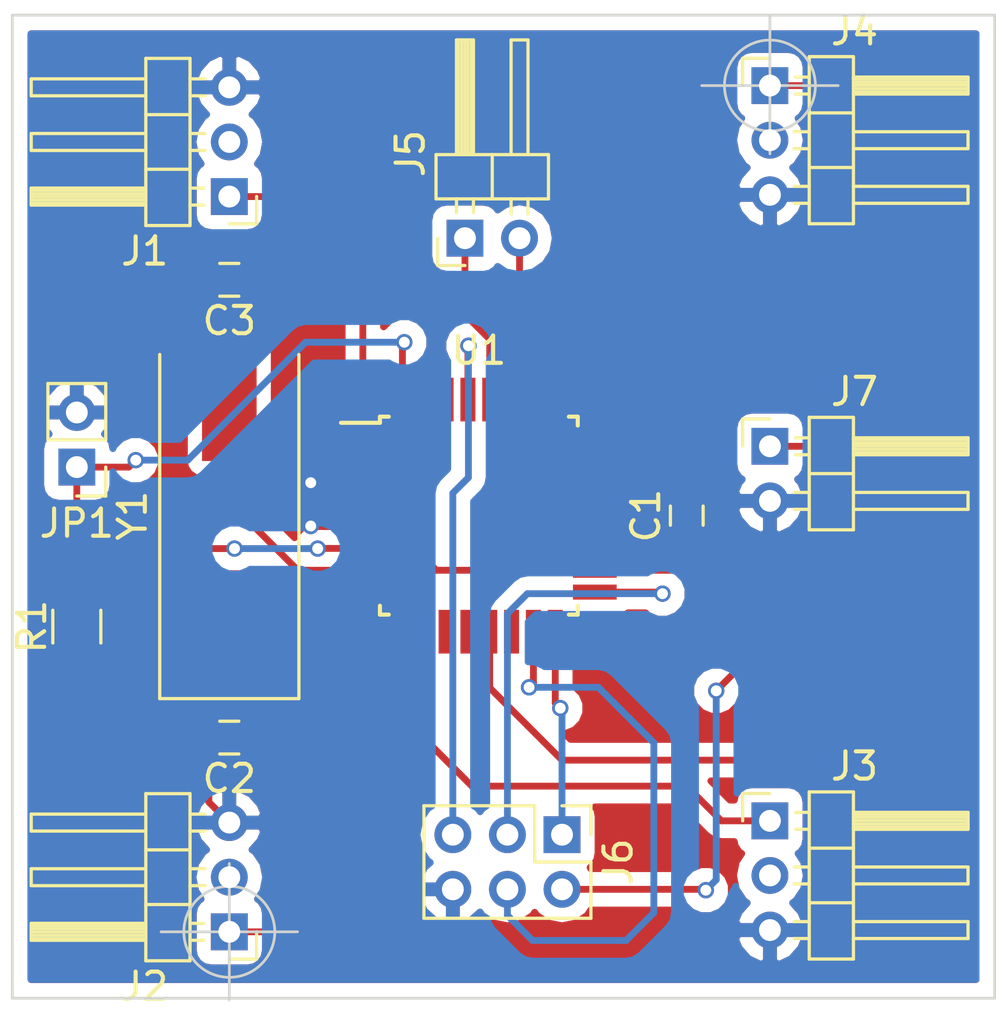
<source format=kicad_pcb>
(kicad_pcb (version 4) (host pcbnew 4.0.7)

  (general
    (links 34)
    (no_connects 1)
    (area 115.949999 65.949999 152.050001 102.050001)
    (thickness 1.6)
    (drawings 7)
    (tracks 124)
    (zones 0)
    (modules 14)
    (nets 33)
  )

  (page A4)
  (layers
    (0 F.Cu signal)
    (31 B.Cu signal)
    (32 B.Adhes user)
    (33 F.Adhes user)
    (34 B.Paste user)
    (35 F.Paste user)
    (36 B.SilkS user)
    (37 F.SilkS user)
    (38 B.Mask user)
    (39 F.Mask user)
    (40 Dwgs.User user)
    (41 Cmts.User user)
    (42 Eco1.User user)
    (43 Eco2.User user)
    (44 Edge.Cuts user)
    (45 Margin user)
    (46 B.CrtYd user)
    (47 F.CrtYd user)
    (48 B.Fab user)
    (49 F.Fab user)
  )

  (setup
    (last_trace_width 0.25)
    (trace_clearance 0.2)
    (zone_clearance 0.508)
    (zone_45_only no)
    (trace_min 0.2)
    (segment_width 0.2)
    (edge_width 0.1)
    (via_size 0.6)
    (via_drill 0.4)
    (via_min_size 0.4)
    (via_min_drill 0.3)
    (uvia_size 0.3)
    (uvia_drill 0.1)
    (uvias_allowed no)
    (uvia_min_size 0.2)
    (uvia_min_drill 0.1)
    (pcb_text_width 0.3)
    (pcb_text_size 1.5 1.5)
    (mod_edge_width 0.15)
    (mod_text_size 1 1)
    (mod_text_width 0.15)
    (pad_size 1.5 1.5)
    (pad_drill 0.6)
    (pad_to_mask_clearance 0)
    (aux_axis_origin 133.096 84.328)
    (visible_elements 7FFEFFFF)
    (pcbplotparams
      (layerselection 0x01030_80000001)
      (usegerberextensions false)
      (excludeedgelayer false)
      (linewidth 0.100000)
      (plotframeref false)
      (viasonmask false)
      (mode 1)
      (useauxorigin false)
      (hpglpennumber 1)
      (hpglpenspeed 20)
      (hpglpendiameter 15)
      (hpglpenoverlay 2)
      (psnegative false)
      (psa4output false)
      (plotreference true)
      (plotvalue true)
      (plotinvisibletext false)
      (padsonsilk true)
      (subtractmaskfromsilk false)
      (outputformat 1)
      (mirror false)
      (drillshape 0)
      (scaleselection 1)
      (outputdirectory Gerber/))
  )

  (net 0 "")
  (net 1 GND)
  (net 2 "Net-(C1-Pad1)")
  (net 3 "Net-(C2-Pad1)")
  (net 4 "Net-(C3-Pad1)")
  (net 5 ESC_1_PWM)
  (net 6 "Net-(J1-Pad2)")
  (net 7 ESC_2_PWM)
  (net 8 "Net-(J2-Pad2)")
  (net 9 ESC_3_PWM)
  (net 10 "Net-(J3-Pad2)")
  (net 11 ESC_4_PWM)
  (net 12 "Net-(J4-Pad2)")
  (net 13 "Net-(J5-Pad1)")
  (net 14 "Net-(J5-Pad2)")
  (net 15 "Net-(J6-Pad1)")
  (net 16 VCC)
  (net 17 "Net-(J6-Pad3)")
  (net 18 "Net-(J6-Pad4)")
  (net 19 "Net-(J6-Pad5)")
  (net 20 "Net-(JP1-Pad1)")
  (net 21 "Net-(U1-Pad2)")
  (net 22 "Net-(U1-Pad11)")
  (net 23 "Net-(U1-Pad12)")
  (net 24 "Net-(U1-Pad14)")
  (net 25 "Net-(U1-Pad19)")
  (net 26 "Net-(U1-Pad22)")
  (net 27 "Net-(U1-Pad23)")
  (net 28 "Net-(U1-Pad24)")
  (net 29 "Net-(U1-Pad25)")
  (net 30 "Net-(U1-Pad26)")
  (net 31 "Net-(U1-Pad30)")
  (net 32 "Net-(U1-Pad31)")

  (net_class Default "This is the default net class."
    (clearance 0.2)
    (trace_width 0.25)
    (via_dia 0.6)
    (via_drill 0.4)
    (uvia_dia 0.3)
    (uvia_drill 0.1)
    (add_net ESC_1_PWM)
    (add_net ESC_2_PWM)
    (add_net ESC_3_PWM)
    (add_net ESC_4_PWM)
    (add_net GND)
    (add_net "Net-(C1-Pad1)")
    (add_net "Net-(C2-Pad1)")
    (add_net "Net-(C3-Pad1)")
    (add_net "Net-(J1-Pad2)")
    (add_net "Net-(J2-Pad2)")
    (add_net "Net-(J3-Pad2)")
    (add_net "Net-(J4-Pad2)")
    (add_net "Net-(J5-Pad1)")
    (add_net "Net-(J5-Pad2)")
    (add_net "Net-(J6-Pad1)")
    (add_net "Net-(J6-Pad3)")
    (add_net "Net-(J6-Pad4)")
    (add_net "Net-(J6-Pad5)")
    (add_net "Net-(JP1-Pad1)")
    (add_net "Net-(U1-Pad11)")
    (add_net "Net-(U1-Pad12)")
    (add_net "Net-(U1-Pad14)")
    (add_net "Net-(U1-Pad19)")
    (add_net "Net-(U1-Pad2)")
    (add_net "Net-(U1-Pad22)")
    (add_net "Net-(U1-Pad23)")
    (add_net "Net-(U1-Pad24)")
    (add_net "Net-(U1-Pad25)")
    (add_net "Net-(U1-Pad26)")
    (add_net "Net-(U1-Pad30)")
    (add_net "Net-(U1-Pad31)")
    (add_net VCC)
  )

  (module Capacitors_SMD:C_0603 (layer F.Cu) (tedit 59958EE7) (tstamp 5A5A38CC)
    (at 140.716 84.328 90)
    (descr "Capacitor SMD 0603, reflow soldering, AVX (see smccp.pdf)")
    (tags "capacitor 0603")
    (path /5A4370CD)
    (attr smd)
    (fp_text reference C1 (at 0 -1.5 90) (layer F.SilkS)
      (effects (font (size 1 1) (thickness 0.15)))
    )
    (fp_text value C (at 0 1.5 90) (layer F.Fab)
      (effects (font (size 1 1) (thickness 0.15)))
    )
    (fp_line (start 1.4 0.65) (end -1.4 0.65) (layer F.CrtYd) (width 0.05))
    (fp_line (start 1.4 0.65) (end 1.4 -0.65) (layer F.CrtYd) (width 0.05))
    (fp_line (start -1.4 -0.65) (end -1.4 0.65) (layer F.CrtYd) (width 0.05))
    (fp_line (start -1.4 -0.65) (end 1.4 -0.65) (layer F.CrtYd) (width 0.05))
    (fp_line (start 0.35 0.6) (end -0.35 0.6) (layer F.SilkS) (width 0.12))
    (fp_line (start -0.35 -0.6) (end 0.35 -0.6) (layer F.SilkS) (width 0.12))
    (fp_line (start -0.8 -0.4) (end 0.8 -0.4) (layer F.Fab) (width 0.1))
    (fp_line (start 0.8 -0.4) (end 0.8 0.4) (layer F.Fab) (width 0.1))
    (fp_line (start 0.8 0.4) (end -0.8 0.4) (layer F.Fab) (width 0.1))
    (fp_line (start -0.8 0.4) (end -0.8 -0.4) (layer F.Fab) (width 0.1))
    (fp_text user %R (at 0 0 90) (layer F.Fab)
      (effects (font (size 0.3 0.3) (thickness 0.075)))
    )
    (pad 2 smd rect (at 0.75 0 90) (size 0.8 0.75) (layers F.Cu F.Paste F.Mask)
      (net 1 GND))
    (pad 1 smd rect (at -0.75 0 90) (size 0.8 0.75) (layers F.Cu F.Paste F.Mask)
      (net 2 "Net-(C1-Pad1)"))
    (model Capacitors_SMD.3dshapes/C_0603.wrl
      (at (xyz 0 0 0))
      (scale (xyz 1 1 1))
      (rotate (xyz 0 0 0))
    )
  )

  (module Capacitors_SMD:C_0603 (layer F.Cu) (tedit 59958EE7) (tstamp 5A5A38D2)
    (at 123.952 92.456 180)
    (descr "Capacitor SMD 0603, reflow soldering, AVX (see smccp.pdf)")
    (tags "capacitor 0603")
    (path /5A5979F2)
    (attr smd)
    (fp_text reference C2 (at 0 -1.5 180) (layer F.SilkS)
      (effects (font (size 1 1) (thickness 0.15)))
    )
    (fp_text value C (at 0 1.5 180) (layer F.Fab)
      (effects (font (size 1 1) (thickness 0.15)))
    )
    (fp_line (start 1.4 0.65) (end -1.4 0.65) (layer F.CrtYd) (width 0.05))
    (fp_line (start 1.4 0.65) (end 1.4 -0.65) (layer F.CrtYd) (width 0.05))
    (fp_line (start -1.4 -0.65) (end -1.4 0.65) (layer F.CrtYd) (width 0.05))
    (fp_line (start -1.4 -0.65) (end 1.4 -0.65) (layer F.CrtYd) (width 0.05))
    (fp_line (start 0.35 0.6) (end -0.35 0.6) (layer F.SilkS) (width 0.12))
    (fp_line (start -0.35 -0.6) (end 0.35 -0.6) (layer F.SilkS) (width 0.12))
    (fp_line (start -0.8 -0.4) (end 0.8 -0.4) (layer F.Fab) (width 0.1))
    (fp_line (start 0.8 -0.4) (end 0.8 0.4) (layer F.Fab) (width 0.1))
    (fp_line (start 0.8 0.4) (end -0.8 0.4) (layer F.Fab) (width 0.1))
    (fp_line (start -0.8 0.4) (end -0.8 -0.4) (layer F.Fab) (width 0.1))
    (fp_text user %R (at 0 0 180) (layer F.Fab)
      (effects (font (size 0.3 0.3) (thickness 0.075)))
    )
    (pad 2 smd rect (at 0.75 0 180) (size 0.8 0.75) (layers F.Cu F.Paste F.Mask)
      (net 1 GND))
    (pad 1 smd rect (at -0.75 0 180) (size 0.8 0.75) (layers F.Cu F.Paste F.Mask)
      (net 3 "Net-(C2-Pad1)"))
    (model Capacitors_SMD.3dshapes/C_0603.wrl
      (at (xyz 0 0 0))
      (scale (xyz 1 1 1))
      (rotate (xyz 0 0 0))
    )
  )

  (module Capacitors_SMD:C_0603 (layer F.Cu) (tedit 59958EE7) (tstamp 5A5A38D8)
    (at 123.952 75.692 180)
    (descr "Capacitor SMD 0603, reflow soldering, AVX (see smccp.pdf)")
    (tags "capacitor 0603")
    (path /5A597A53)
    (attr smd)
    (fp_text reference C3 (at 0 -1.5 180) (layer F.SilkS)
      (effects (font (size 1 1) (thickness 0.15)))
    )
    (fp_text value C (at 0 1.5 180) (layer F.Fab)
      (effects (font (size 1 1) (thickness 0.15)))
    )
    (fp_line (start 1.4 0.65) (end -1.4 0.65) (layer F.CrtYd) (width 0.05))
    (fp_line (start 1.4 0.65) (end 1.4 -0.65) (layer F.CrtYd) (width 0.05))
    (fp_line (start -1.4 -0.65) (end -1.4 0.65) (layer F.CrtYd) (width 0.05))
    (fp_line (start -1.4 -0.65) (end 1.4 -0.65) (layer F.CrtYd) (width 0.05))
    (fp_line (start 0.35 0.6) (end -0.35 0.6) (layer F.SilkS) (width 0.12))
    (fp_line (start -0.35 -0.6) (end 0.35 -0.6) (layer F.SilkS) (width 0.12))
    (fp_line (start -0.8 -0.4) (end 0.8 -0.4) (layer F.Fab) (width 0.1))
    (fp_line (start 0.8 -0.4) (end 0.8 0.4) (layer F.Fab) (width 0.1))
    (fp_line (start 0.8 0.4) (end -0.8 0.4) (layer F.Fab) (width 0.1))
    (fp_line (start -0.8 0.4) (end -0.8 -0.4) (layer F.Fab) (width 0.1))
    (fp_text user %R (at 0 0 180) (layer F.Fab)
      (effects (font (size 0.3 0.3) (thickness 0.075)))
    )
    (pad 2 smd rect (at 0.75 0 180) (size 0.8 0.75) (layers F.Cu F.Paste F.Mask)
      (net 1 GND))
    (pad 1 smd rect (at -0.75 0 180) (size 0.8 0.75) (layers F.Cu F.Paste F.Mask)
      (net 4 "Net-(C3-Pad1)"))
    (model Capacitors_SMD.3dshapes/C_0603.wrl
      (at (xyz 0 0 0))
      (scale (xyz 1 1 1))
      (rotate (xyz 0 0 0))
    )
  )

  (module Pin_Headers:Pin_Header_Angled_1x03_Pitch2.00mm (layer F.Cu) (tedit 5A5A3913) (tstamp 5A5A38DF)
    (at 123.952 72.644 180)
    (descr "Through hole angled pin header, 1x03, 2.00mm pitch, 4.2mm pin length, single row")
    (tags "Through hole angled pin header THT 1x03 2.00mm single row")
    (path /5A429550)
    (fp_text reference J1 (at 3.1 -2 180) (layer F.SilkS)
      (effects (font (size 1 1) (thickness 0.15)))
    )
    (fp_text value ESC_1 (at 2.54 6.35 180) (layer F.Fab)
      (effects (font (size 1 1) (thickness 0.15)))
    )
    (fp_line (start 1.875 -1) (end 3 -1) (layer F.Fab) (width 0.1))
    (fp_line (start 3 -1) (end 3 5) (layer F.Fab) (width 0.1))
    (fp_line (start 3 5) (end 1.5 5) (layer F.Fab) (width 0.1))
    (fp_line (start 1.5 5) (end 1.5 -0.625) (layer F.Fab) (width 0.1))
    (fp_line (start 1.5 -0.625) (end 1.875 -1) (layer F.Fab) (width 0.1))
    (fp_line (start -0.25 -0.25) (end 1.5 -0.25) (layer F.Fab) (width 0.1))
    (fp_line (start -0.25 -0.25) (end -0.25 0.25) (layer F.Fab) (width 0.1))
    (fp_line (start -0.25 0.25) (end 1.5 0.25) (layer F.Fab) (width 0.1))
    (fp_line (start 3 -0.25) (end 7.2 -0.25) (layer F.Fab) (width 0.1))
    (fp_line (start 7.2 -0.25) (end 7.2 0.25) (layer F.Fab) (width 0.1))
    (fp_line (start 3 0.25) (end 7.2 0.25) (layer F.Fab) (width 0.1))
    (fp_line (start -0.25 1.75) (end 1.5 1.75) (layer F.Fab) (width 0.1))
    (fp_line (start -0.25 1.75) (end -0.25 2.25) (layer F.Fab) (width 0.1))
    (fp_line (start -0.25 2.25) (end 1.5 2.25) (layer F.Fab) (width 0.1))
    (fp_line (start 3 1.75) (end 7.2 1.75) (layer F.Fab) (width 0.1))
    (fp_line (start 7.2 1.75) (end 7.2 2.25) (layer F.Fab) (width 0.1))
    (fp_line (start 3 2.25) (end 7.2 2.25) (layer F.Fab) (width 0.1))
    (fp_line (start -0.25 3.75) (end 1.5 3.75) (layer F.Fab) (width 0.1))
    (fp_line (start -0.25 3.75) (end -0.25 4.25) (layer F.Fab) (width 0.1))
    (fp_line (start -0.25 4.25) (end 1.5 4.25) (layer F.Fab) (width 0.1))
    (fp_line (start 3 3.75) (end 7.2 3.75) (layer F.Fab) (width 0.1))
    (fp_line (start 7.2 3.75) (end 7.2 4.25) (layer F.Fab) (width 0.1))
    (fp_line (start 3 4.25) (end 7.2 4.25) (layer F.Fab) (width 0.1))
    (fp_line (start 1.44 -1.06) (end 1.44 5.06) (layer F.SilkS) (width 0.12))
    (fp_line (start 1.44 5.06) (end 3.06 5.06) (layer F.SilkS) (width 0.12))
    (fp_line (start 3.06 5.06) (end 3.06 -1.06) (layer F.SilkS) (width 0.12))
    (fp_line (start 3.06 -1.06) (end 1.44 -1.06) (layer F.SilkS) (width 0.12))
    (fp_line (start 3.06 -0.31) (end 7.26 -0.31) (layer F.SilkS) (width 0.12))
    (fp_line (start 7.26 -0.31) (end 7.26 0.31) (layer F.SilkS) (width 0.12))
    (fp_line (start 7.26 0.31) (end 3.06 0.31) (layer F.SilkS) (width 0.12))
    (fp_line (start 3.06 -0.25) (end 7.26 -0.25) (layer F.SilkS) (width 0.12))
    (fp_line (start 3.06 -0.13) (end 7.26 -0.13) (layer F.SilkS) (width 0.12))
    (fp_line (start 3.06 -0.01) (end 7.26 -0.01) (layer F.SilkS) (width 0.12))
    (fp_line (start 3.06 0.11) (end 7.26 0.11) (layer F.SilkS) (width 0.12))
    (fp_line (start 3.06 0.23) (end 7.26 0.23) (layer F.SilkS) (width 0.12))
    (fp_line (start 0.935 -0.31) (end 1.44 -0.31) (layer F.SilkS) (width 0.12))
    (fp_line (start 0.935 0.31) (end 1.44 0.31) (layer F.SilkS) (width 0.12))
    (fp_line (start 1.44 1) (end 3.06 1) (layer F.SilkS) (width 0.12))
    (fp_line (start 3.06 1.69) (end 7.26 1.69) (layer F.SilkS) (width 0.12))
    (fp_line (start 7.26 1.69) (end 7.26 2.31) (layer F.SilkS) (width 0.12))
    (fp_line (start 7.26 2.31) (end 3.06 2.31) (layer F.SilkS) (width 0.12))
    (fp_line (start 0.882114 1.69) (end 1.44 1.69) (layer F.SilkS) (width 0.12))
    (fp_line (start 0.882114 2.31) (end 1.44 2.31) (layer F.SilkS) (width 0.12))
    (fp_line (start 1.44 3) (end 3.06 3) (layer F.SilkS) (width 0.12))
    (fp_line (start 3.06 3.69) (end 7.26 3.69) (layer F.SilkS) (width 0.12))
    (fp_line (start 7.26 3.69) (end 7.26 4.31) (layer F.SilkS) (width 0.12))
    (fp_line (start 7.26 4.31) (end 3.06 4.31) (layer F.SilkS) (width 0.12))
    (fp_line (start 0.882114 3.69) (end 1.44 3.69) (layer F.SilkS) (width 0.12))
    (fp_line (start 0.882114 4.31) (end 1.44 4.31) (layer F.SilkS) (width 0.12))
    (fp_line (start -1 0) (end -1 -1) (layer F.SilkS) (width 0.12))
    (fp_line (start -1 -1) (end 0 -1) (layer F.SilkS) (width 0.12))
    (fp_line (start -1.5 -1.5) (end -1.5 5.5) (layer F.CrtYd) (width 0.05))
    (fp_line (start -1.5 5.5) (end 7.7 5.5) (layer F.CrtYd) (width 0.05))
    (fp_line (start 7.7 5.5) (end 7.7 -1.5) (layer F.CrtYd) (width 0.05))
    (fp_line (start 7.7 -1.5) (end -1.5 -1.5) (layer F.CrtYd) (width 0.05))
    (fp_text user %R (at 2.25 2 270) (layer F.Fab)
      (effects (font (size 0.9 0.9) (thickness 0.135)))
    )
    (pad 1 thru_hole rect (at 0 0 180) (size 1.35 1.35) (drill 0.8) (layers *.Cu *.Mask)
      (net 5 ESC_1_PWM))
    (pad 2 thru_hole oval (at 0 2 180) (size 1.35 1.35) (drill 0.8) (layers *.Cu *.Mask)
      (net 6 "Net-(J1-Pad2)"))
    (pad 3 thru_hole oval (at 0 4 180) (size 1.35 1.35) (drill 0.8) (layers *.Cu *.Mask)
      (net 1 GND))
    (model ${KISYS3DMOD}/Pin_Headers.3dshapes/Pin_Header_Angled_1x03_Pitch2.00mm.wrl
      (at (xyz 0 0 0))
      (scale (xyz 1 1 1))
      (rotate (xyz 0 0 0))
    )
  )

  (module Pin_Headers:Pin_Header_Angled_1x03_Pitch2.00mm (layer F.Cu) (tedit 5A5A3916) (tstamp 5A5A38E6)
    (at 123.952 99.568 180)
    (descr "Through hole angled pin header, 1x03, 2.00mm pitch, 4.2mm pin length, single row")
    (tags "Through hole angled pin header THT 1x03 2.00mm single row")
    (path /5A429651)
    (fp_text reference J2 (at 3.1 -2 180) (layer F.SilkS)
      (effects (font (size 1 1) (thickness 0.15)))
    )
    (fp_text value ESC_2 (at 2.54 6.35 180) (layer F.Fab)
      (effects (font (size 1 1) (thickness 0.15)))
    )
    (fp_line (start 1.875 -1) (end 3 -1) (layer F.Fab) (width 0.1))
    (fp_line (start 3 -1) (end 3 5) (layer F.Fab) (width 0.1))
    (fp_line (start 3 5) (end 1.5 5) (layer F.Fab) (width 0.1))
    (fp_line (start 1.5 5) (end 1.5 -0.625) (layer F.Fab) (width 0.1))
    (fp_line (start 1.5 -0.625) (end 1.875 -1) (layer F.Fab) (width 0.1))
    (fp_line (start -0.25 -0.25) (end 1.5 -0.25) (layer F.Fab) (width 0.1))
    (fp_line (start -0.25 -0.25) (end -0.25 0.25) (layer F.Fab) (width 0.1))
    (fp_line (start -0.25 0.25) (end 1.5 0.25) (layer F.Fab) (width 0.1))
    (fp_line (start 3 -0.25) (end 7.2 -0.25) (layer F.Fab) (width 0.1))
    (fp_line (start 7.2 -0.25) (end 7.2 0.25) (layer F.Fab) (width 0.1))
    (fp_line (start 3 0.25) (end 7.2 0.25) (layer F.Fab) (width 0.1))
    (fp_line (start -0.25 1.75) (end 1.5 1.75) (layer F.Fab) (width 0.1))
    (fp_line (start -0.25 1.75) (end -0.25 2.25) (layer F.Fab) (width 0.1))
    (fp_line (start -0.25 2.25) (end 1.5 2.25) (layer F.Fab) (width 0.1))
    (fp_line (start 3 1.75) (end 7.2 1.75) (layer F.Fab) (width 0.1))
    (fp_line (start 7.2 1.75) (end 7.2 2.25) (layer F.Fab) (width 0.1))
    (fp_line (start 3 2.25) (end 7.2 2.25) (layer F.Fab) (width 0.1))
    (fp_line (start -0.25 3.75) (end 1.5 3.75) (layer F.Fab) (width 0.1))
    (fp_line (start -0.25 3.75) (end -0.25 4.25) (layer F.Fab) (width 0.1))
    (fp_line (start -0.25 4.25) (end 1.5 4.25) (layer F.Fab) (width 0.1))
    (fp_line (start 3 3.75) (end 7.2 3.75) (layer F.Fab) (width 0.1))
    (fp_line (start 7.2 3.75) (end 7.2 4.25) (layer F.Fab) (width 0.1))
    (fp_line (start 3 4.25) (end 7.2 4.25) (layer F.Fab) (width 0.1))
    (fp_line (start 1.44 -1.06) (end 1.44 5.06) (layer F.SilkS) (width 0.12))
    (fp_line (start 1.44 5.06) (end 3.06 5.06) (layer F.SilkS) (width 0.12))
    (fp_line (start 3.06 5.06) (end 3.06 -1.06) (layer F.SilkS) (width 0.12))
    (fp_line (start 3.06 -1.06) (end 1.44 -1.06) (layer F.SilkS) (width 0.12))
    (fp_line (start 3.06 -0.31) (end 7.26 -0.31) (layer F.SilkS) (width 0.12))
    (fp_line (start 7.26 -0.31) (end 7.26 0.31) (layer F.SilkS) (width 0.12))
    (fp_line (start 7.26 0.31) (end 3.06 0.31) (layer F.SilkS) (width 0.12))
    (fp_line (start 3.06 -0.25) (end 7.26 -0.25) (layer F.SilkS) (width 0.12))
    (fp_line (start 3.06 -0.13) (end 7.26 -0.13) (layer F.SilkS) (width 0.12))
    (fp_line (start 3.06 -0.01) (end 7.26 -0.01) (layer F.SilkS) (width 0.12))
    (fp_line (start 3.06 0.11) (end 7.26 0.11) (layer F.SilkS) (width 0.12))
    (fp_line (start 3.06 0.23) (end 7.26 0.23) (layer F.SilkS) (width 0.12))
    (fp_line (start 0.935 -0.31) (end 1.44 -0.31) (layer F.SilkS) (width 0.12))
    (fp_line (start 0.935 0.31) (end 1.44 0.31) (layer F.SilkS) (width 0.12))
    (fp_line (start 1.44 1) (end 3.06 1) (layer F.SilkS) (width 0.12))
    (fp_line (start 3.06 1.69) (end 7.26 1.69) (layer F.SilkS) (width 0.12))
    (fp_line (start 7.26 1.69) (end 7.26 2.31) (layer F.SilkS) (width 0.12))
    (fp_line (start 7.26 2.31) (end 3.06 2.31) (layer F.SilkS) (width 0.12))
    (fp_line (start 0.882114 1.69) (end 1.44 1.69) (layer F.SilkS) (width 0.12))
    (fp_line (start 0.882114 2.31) (end 1.44 2.31) (layer F.SilkS) (width 0.12))
    (fp_line (start 1.44 3) (end 3.06 3) (layer F.SilkS) (width 0.12))
    (fp_line (start 3.06 3.69) (end 7.26 3.69) (layer F.SilkS) (width 0.12))
    (fp_line (start 7.26 3.69) (end 7.26 4.31) (layer F.SilkS) (width 0.12))
    (fp_line (start 7.26 4.31) (end 3.06 4.31) (layer F.SilkS) (width 0.12))
    (fp_line (start 0.882114 3.69) (end 1.44 3.69) (layer F.SilkS) (width 0.12))
    (fp_line (start 0.882114 4.31) (end 1.44 4.31) (layer F.SilkS) (width 0.12))
    (fp_line (start -1 0) (end -1 -1) (layer F.SilkS) (width 0.12))
    (fp_line (start -1 -1) (end 0 -1) (layer F.SilkS) (width 0.12))
    (fp_line (start -1.5 -1.5) (end -1.5 5.5) (layer F.CrtYd) (width 0.05))
    (fp_line (start -1.5 5.5) (end 7.7 5.5) (layer F.CrtYd) (width 0.05))
    (fp_line (start 7.7 5.5) (end 7.7 -1.5) (layer F.CrtYd) (width 0.05))
    (fp_line (start 7.7 -1.5) (end -1.5 -1.5) (layer F.CrtYd) (width 0.05))
    (fp_text user %R (at 2.25 2 270) (layer F.Fab)
      (effects (font (size 0.9 0.9) (thickness 0.135)))
    )
    (pad 1 thru_hole rect (at 0 0 180) (size 1.35 1.35) (drill 0.8) (layers *.Cu *.Mask)
      (net 7 ESC_2_PWM))
    (pad 2 thru_hole oval (at 0 2 180) (size 1.35 1.35) (drill 0.8) (layers *.Cu *.Mask)
      (net 8 "Net-(J2-Pad2)"))
    (pad 3 thru_hole oval (at 0 4 180) (size 1.35 1.35) (drill 0.8) (layers *.Cu *.Mask)
      (net 1 GND))
    (model ${KISYS3DMOD}/Pin_Headers.3dshapes/Pin_Header_Angled_1x03_Pitch2.00mm.wrl
      (at (xyz 0 0 0))
      (scale (xyz 1 1 1))
      (rotate (xyz 0 0 0))
    )
  )

  (module Pin_Headers:Pin_Header_Angled_1x03_Pitch2.00mm (layer F.Cu) (tedit 5A5A3C8C) (tstamp 5A5A38ED)
    (at 143.764 95.504)
    (descr "Through hole angled pin header, 1x03, 2.00mm pitch, 4.2mm pin length, single row")
    (tags "Through hole angled pin header THT 1x03 2.00mm single row")
    (path /5A429698)
    (fp_text reference J3 (at 3.1 -2) (layer F.SilkS)
      (effects (font (size 1 1) (thickness 0.15)))
    )
    (fp_text value ESC_3 (at 3.048 6.604) (layer F.Fab)
      (effects (font (size 1 1) (thickness 0.15)))
    )
    (fp_line (start 1.875 -1) (end 3 -1) (layer F.Fab) (width 0.1))
    (fp_line (start 3 -1) (end 3 5) (layer F.Fab) (width 0.1))
    (fp_line (start 3 5) (end 1.5 5) (layer F.Fab) (width 0.1))
    (fp_line (start 1.5 5) (end 1.5 -0.625) (layer F.Fab) (width 0.1))
    (fp_line (start 1.5 -0.625) (end 1.875 -1) (layer F.Fab) (width 0.1))
    (fp_line (start -0.25 -0.25) (end 1.5 -0.25) (layer F.Fab) (width 0.1))
    (fp_line (start -0.25 -0.25) (end -0.25 0.25) (layer F.Fab) (width 0.1))
    (fp_line (start -0.25 0.25) (end 1.5 0.25) (layer F.Fab) (width 0.1))
    (fp_line (start 3 -0.25) (end 7.2 -0.25) (layer F.Fab) (width 0.1))
    (fp_line (start 7.2 -0.25) (end 7.2 0.25) (layer F.Fab) (width 0.1))
    (fp_line (start 3 0.25) (end 7.2 0.25) (layer F.Fab) (width 0.1))
    (fp_line (start -0.25 1.75) (end 1.5 1.75) (layer F.Fab) (width 0.1))
    (fp_line (start -0.25 1.75) (end -0.25 2.25) (layer F.Fab) (width 0.1))
    (fp_line (start -0.25 2.25) (end 1.5 2.25) (layer F.Fab) (width 0.1))
    (fp_line (start 3 1.75) (end 7.2 1.75) (layer F.Fab) (width 0.1))
    (fp_line (start 7.2 1.75) (end 7.2 2.25) (layer F.Fab) (width 0.1))
    (fp_line (start 3 2.25) (end 7.2 2.25) (layer F.Fab) (width 0.1))
    (fp_line (start -0.25 3.75) (end 1.5 3.75) (layer F.Fab) (width 0.1))
    (fp_line (start -0.25 3.75) (end -0.25 4.25) (layer F.Fab) (width 0.1))
    (fp_line (start -0.25 4.25) (end 1.5 4.25) (layer F.Fab) (width 0.1))
    (fp_line (start 3 3.75) (end 7.2 3.75) (layer F.Fab) (width 0.1))
    (fp_line (start 7.2 3.75) (end 7.2 4.25) (layer F.Fab) (width 0.1))
    (fp_line (start 3 4.25) (end 7.2 4.25) (layer F.Fab) (width 0.1))
    (fp_line (start 1.44 -1.06) (end 1.44 5.06) (layer F.SilkS) (width 0.12))
    (fp_line (start 1.44 5.06) (end 3.06 5.06) (layer F.SilkS) (width 0.12))
    (fp_line (start 3.06 5.06) (end 3.06 -1.06) (layer F.SilkS) (width 0.12))
    (fp_line (start 3.06 -1.06) (end 1.44 -1.06) (layer F.SilkS) (width 0.12))
    (fp_line (start 3.06 -0.31) (end 7.26 -0.31) (layer F.SilkS) (width 0.12))
    (fp_line (start 7.26 -0.31) (end 7.26 0.31) (layer F.SilkS) (width 0.12))
    (fp_line (start 7.26 0.31) (end 3.06 0.31) (layer F.SilkS) (width 0.12))
    (fp_line (start 3.06 -0.25) (end 7.26 -0.25) (layer F.SilkS) (width 0.12))
    (fp_line (start 3.06 -0.13) (end 7.26 -0.13) (layer F.SilkS) (width 0.12))
    (fp_line (start 3.06 -0.01) (end 7.26 -0.01) (layer F.SilkS) (width 0.12))
    (fp_line (start 3.06 0.11) (end 7.26 0.11) (layer F.SilkS) (width 0.12))
    (fp_line (start 3.06 0.23) (end 7.26 0.23) (layer F.SilkS) (width 0.12))
    (fp_line (start 0.935 -0.31) (end 1.44 -0.31) (layer F.SilkS) (width 0.12))
    (fp_line (start 0.935 0.31) (end 1.44 0.31) (layer F.SilkS) (width 0.12))
    (fp_line (start 1.44 1) (end 3.06 1) (layer F.SilkS) (width 0.12))
    (fp_line (start 3.06 1.69) (end 7.26 1.69) (layer F.SilkS) (width 0.12))
    (fp_line (start 7.26 1.69) (end 7.26 2.31) (layer F.SilkS) (width 0.12))
    (fp_line (start 7.26 2.31) (end 3.06 2.31) (layer F.SilkS) (width 0.12))
    (fp_line (start 0.882114 1.69) (end 1.44 1.69) (layer F.SilkS) (width 0.12))
    (fp_line (start 0.882114 2.31) (end 1.44 2.31) (layer F.SilkS) (width 0.12))
    (fp_line (start 1.44 3) (end 3.06 3) (layer F.SilkS) (width 0.12))
    (fp_line (start 3.06 3.69) (end 7.26 3.69) (layer F.SilkS) (width 0.12))
    (fp_line (start 7.26 3.69) (end 7.26 4.31) (layer F.SilkS) (width 0.12))
    (fp_line (start 7.26 4.31) (end 3.06 4.31) (layer F.SilkS) (width 0.12))
    (fp_line (start 0.882114 3.69) (end 1.44 3.69) (layer F.SilkS) (width 0.12))
    (fp_line (start 0.882114 4.31) (end 1.44 4.31) (layer F.SilkS) (width 0.12))
    (fp_line (start -1 0) (end -1 -1) (layer F.SilkS) (width 0.12))
    (fp_line (start -1 -1) (end 0 -1) (layer F.SilkS) (width 0.12))
    (fp_line (start -1.5 -1.5) (end -1.5 5.5) (layer F.CrtYd) (width 0.05))
    (fp_line (start -1.5 5.5) (end 7.7 5.5) (layer F.CrtYd) (width 0.05))
    (fp_line (start 7.7 5.5) (end 7.7 -1.5) (layer F.CrtYd) (width 0.05))
    (fp_line (start 7.7 -1.5) (end -1.5 -1.5) (layer F.CrtYd) (width 0.05))
    (fp_text user %R (at 2.25 2 90) (layer F.Fab)
      (effects (font (size 0.9 0.9) (thickness 0.135)))
    )
    (pad 1 thru_hole rect (at 0 0) (size 1.35 1.35) (drill 0.8) (layers *.Cu *.Mask)
      (net 9 ESC_3_PWM))
    (pad 2 thru_hole oval (at 0 2) (size 1.35 1.35) (drill 0.8) (layers *.Cu *.Mask)
      (net 10 "Net-(J3-Pad2)"))
    (pad 3 thru_hole oval (at 0 4) (size 1.35 1.35) (drill 0.8) (layers *.Cu *.Mask)
      (net 1 GND))
    (model ${KISYS3DMOD}/Pin_Headers.3dshapes/Pin_Header_Angled_1x03_Pitch2.00mm.wrl
      (at (xyz 0 0 0))
      (scale (xyz 1 1 1))
      (rotate (xyz 0 0 0))
    )
  )

  (module Pin_Headers:Pin_Header_Angled_1x03_Pitch2.00mm (layer F.Cu) (tedit 59650533) (tstamp 5A5A38F4)
    (at 143.764 68.58)
    (descr "Through hole angled pin header, 1x03, 2.00mm pitch, 4.2mm pin length, single row")
    (tags "Through hole angled pin header THT 1x03 2.00mm single row")
    (path /5A4296DF)
    (fp_text reference J4 (at 3.1 -2) (layer F.SilkS)
      (effects (font (size 1 1) (thickness 0.15)))
    )
    (fp_text value ESC_4 (at 3.1 6) (layer F.Fab)
      (effects (font (size 1 1) (thickness 0.15)))
    )
    (fp_line (start 1.875 -1) (end 3 -1) (layer F.Fab) (width 0.1))
    (fp_line (start 3 -1) (end 3 5) (layer F.Fab) (width 0.1))
    (fp_line (start 3 5) (end 1.5 5) (layer F.Fab) (width 0.1))
    (fp_line (start 1.5 5) (end 1.5 -0.625) (layer F.Fab) (width 0.1))
    (fp_line (start 1.5 -0.625) (end 1.875 -1) (layer F.Fab) (width 0.1))
    (fp_line (start -0.25 -0.25) (end 1.5 -0.25) (layer F.Fab) (width 0.1))
    (fp_line (start -0.25 -0.25) (end -0.25 0.25) (layer F.Fab) (width 0.1))
    (fp_line (start -0.25 0.25) (end 1.5 0.25) (layer F.Fab) (width 0.1))
    (fp_line (start 3 -0.25) (end 7.2 -0.25) (layer F.Fab) (width 0.1))
    (fp_line (start 7.2 -0.25) (end 7.2 0.25) (layer F.Fab) (width 0.1))
    (fp_line (start 3 0.25) (end 7.2 0.25) (layer F.Fab) (width 0.1))
    (fp_line (start -0.25 1.75) (end 1.5 1.75) (layer F.Fab) (width 0.1))
    (fp_line (start -0.25 1.75) (end -0.25 2.25) (layer F.Fab) (width 0.1))
    (fp_line (start -0.25 2.25) (end 1.5 2.25) (layer F.Fab) (width 0.1))
    (fp_line (start 3 1.75) (end 7.2 1.75) (layer F.Fab) (width 0.1))
    (fp_line (start 7.2 1.75) (end 7.2 2.25) (layer F.Fab) (width 0.1))
    (fp_line (start 3 2.25) (end 7.2 2.25) (layer F.Fab) (width 0.1))
    (fp_line (start -0.25 3.75) (end 1.5 3.75) (layer F.Fab) (width 0.1))
    (fp_line (start -0.25 3.75) (end -0.25 4.25) (layer F.Fab) (width 0.1))
    (fp_line (start -0.25 4.25) (end 1.5 4.25) (layer F.Fab) (width 0.1))
    (fp_line (start 3 3.75) (end 7.2 3.75) (layer F.Fab) (width 0.1))
    (fp_line (start 7.2 3.75) (end 7.2 4.25) (layer F.Fab) (width 0.1))
    (fp_line (start 3 4.25) (end 7.2 4.25) (layer F.Fab) (width 0.1))
    (fp_line (start 1.44 -1.06) (end 1.44 5.06) (layer F.SilkS) (width 0.12))
    (fp_line (start 1.44 5.06) (end 3.06 5.06) (layer F.SilkS) (width 0.12))
    (fp_line (start 3.06 5.06) (end 3.06 -1.06) (layer F.SilkS) (width 0.12))
    (fp_line (start 3.06 -1.06) (end 1.44 -1.06) (layer F.SilkS) (width 0.12))
    (fp_line (start 3.06 -0.31) (end 7.26 -0.31) (layer F.SilkS) (width 0.12))
    (fp_line (start 7.26 -0.31) (end 7.26 0.31) (layer F.SilkS) (width 0.12))
    (fp_line (start 7.26 0.31) (end 3.06 0.31) (layer F.SilkS) (width 0.12))
    (fp_line (start 3.06 -0.25) (end 7.26 -0.25) (layer F.SilkS) (width 0.12))
    (fp_line (start 3.06 -0.13) (end 7.26 -0.13) (layer F.SilkS) (width 0.12))
    (fp_line (start 3.06 -0.01) (end 7.26 -0.01) (layer F.SilkS) (width 0.12))
    (fp_line (start 3.06 0.11) (end 7.26 0.11) (layer F.SilkS) (width 0.12))
    (fp_line (start 3.06 0.23) (end 7.26 0.23) (layer F.SilkS) (width 0.12))
    (fp_line (start 0.935 -0.31) (end 1.44 -0.31) (layer F.SilkS) (width 0.12))
    (fp_line (start 0.935 0.31) (end 1.44 0.31) (layer F.SilkS) (width 0.12))
    (fp_line (start 1.44 1) (end 3.06 1) (layer F.SilkS) (width 0.12))
    (fp_line (start 3.06 1.69) (end 7.26 1.69) (layer F.SilkS) (width 0.12))
    (fp_line (start 7.26 1.69) (end 7.26 2.31) (layer F.SilkS) (width 0.12))
    (fp_line (start 7.26 2.31) (end 3.06 2.31) (layer F.SilkS) (width 0.12))
    (fp_line (start 0.882114 1.69) (end 1.44 1.69) (layer F.SilkS) (width 0.12))
    (fp_line (start 0.882114 2.31) (end 1.44 2.31) (layer F.SilkS) (width 0.12))
    (fp_line (start 1.44 3) (end 3.06 3) (layer F.SilkS) (width 0.12))
    (fp_line (start 3.06 3.69) (end 7.26 3.69) (layer F.SilkS) (width 0.12))
    (fp_line (start 7.26 3.69) (end 7.26 4.31) (layer F.SilkS) (width 0.12))
    (fp_line (start 7.26 4.31) (end 3.06 4.31) (layer F.SilkS) (width 0.12))
    (fp_line (start 0.882114 3.69) (end 1.44 3.69) (layer F.SilkS) (width 0.12))
    (fp_line (start 0.882114 4.31) (end 1.44 4.31) (layer F.SilkS) (width 0.12))
    (fp_line (start -1 0) (end -1 -1) (layer F.SilkS) (width 0.12))
    (fp_line (start -1 -1) (end 0 -1) (layer F.SilkS) (width 0.12))
    (fp_line (start -1.5 -1.5) (end -1.5 5.5) (layer F.CrtYd) (width 0.05))
    (fp_line (start -1.5 5.5) (end 7.7 5.5) (layer F.CrtYd) (width 0.05))
    (fp_line (start 7.7 5.5) (end 7.7 -1.5) (layer F.CrtYd) (width 0.05))
    (fp_line (start 7.7 -1.5) (end -1.5 -1.5) (layer F.CrtYd) (width 0.05))
    (fp_text user %R (at 2.25 2 90) (layer F.Fab)
      (effects (font (size 0.9 0.9) (thickness 0.135)))
    )
    (pad 1 thru_hole rect (at 0 0) (size 1.35 1.35) (drill 0.8) (layers *.Cu *.Mask)
      (net 11 ESC_4_PWM))
    (pad 2 thru_hole oval (at 0 2) (size 1.35 1.35) (drill 0.8) (layers *.Cu *.Mask)
      (net 12 "Net-(J4-Pad2)"))
    (pad 3 thru_hole oval (at 0 4) (size 1.35 1.35) (drill 0.8) (layers *.Cu *.Mask)
      (net 1 GND))
    (model ${KISYS3DMOD}/Pin_Headers.3dshapes/Pin_Header_Angled_1x03_Pitch2.00mm.wrl
      (at (xyz 0 0 0))
      (scale (xyz 1 1 1))
      (rotate (xyz 0 0 0))
    )
  )

  (module Pin_Headers:Pin_Header_Angled_1x02_Pitch2.00mm (layer F.Cu) (tedit 59650533) (tstamp 5A5A38FA)
    (at 132.588 74.168 90)
    (descr "Through hole angled pin header, 1x02, 2.00mm pitch, 4.2mm pin length, single row")
    (tags "Through hole angled pin header THT 1x02 2.00mm single row")
    (path /5A42B98D)
    (fp_text reference J5 (at 3.1 -2 90) (layer F.SilkS)
      (effects (font (size 1 1) (thickness 0.15)))
    )
    (fp_text value I2C_Bus (at 3.1 4 90) (layer F.Fab)
      (effects (font (size 1 1) (thickness 0.15)))
    )
    (fp_line (start 1.875 -1) (end 3 -1) (layer F.Fab) (width 0.1))
    (fp_line (start 3 -1) (end 3 3) (layer F.Fab) (width 0.1))
    (fp_line (start 3 3) (end 1.5 3) (layer F.Fab) (width 0.1))
    (fp_line (start 1.5 3) (end 1.5 -0.625) (layer F.Fab) (width 0.1))
    (fp_line (start 1.5 -0.625) (end 1.875 -1) (layer F.Fab) (width 0.1))
    (fp_line (start -0.25 -0.25) (end 1.5 -0.25) (layer F.Fab) (width 0.1))
    (fp_line (start -0.25 -0.25) (end -0.25 0.25) (layer F.Fab) (width 0.1))
    (fp_line (start -0.25 0.25) (end 1.5 0.25) (layer F.Fab) (width 0.1))
    (fp_line (start 3 -0.25) (end 7.2 -0.25) (layer F.Fab) (width 0.1))
    (fp_line (start 7.2 -0.25) (end 7.2 0.25) (layer F.Fab) (width 0.1))
    (fp_line (start 3 0.25) (end 7.2 0.25) (layer F.Fab) (width 0.1))
    (fp_line (start -0.25 1.75) (end 1.5 1.75) (layer F.Fab) (width 0.1))
    (fp_line (start -0.25 1.75) (end -0.25 2.25) (layer F.Fab) (width 0.1))
    (fp_line (start -0.25 2.25) (end 1.5 2.25) (layer F.Fab) (width 0.1))
    (fp_line (start 3 1.75) (end 7.2 1.75) (layer F.Fab) (width 0.1))
    (fp_line (start 7.2 1.75) (end 7.2 2.25) (layer F.Fab) (width 0.1))
    (fp_line (start 3 2.25) (end 7.2 2.25) (layer F.Fab) (width 0.1))
    (fp_line (start 1.44 -1.06) (end 1.44 3.06) (layer F.SilkS) (width 0.12))
    (fp_line (start 1.44 3.06) (end 3.06 3.06) (layer F.SilkS) (width 0.12))
    (fp_line (start 3.06 3.06) (end 3.06 -1.06) (layer F.SilkS) (width 0.12))
    (fp_line (start 3.06 -1.06) (end 1.44 -1.06) (layer F.SilkS) (width 0.12))
    (fp_line (start 3.06 -0.31) (end 7.26 -0.31) (layer F.SilkS) (width 0.12))
    (fp_line (start 7.26 -0.31) (end 7.26 0.31) (layer F.SilkS) (width 0.12))
    (fp_line (start 7.26 0.31) (end 3.06 0.31) (layer F.SilkS) (width 0.12))
    (fp_line (start 3.06 -0.25) (end 7.26 -0.25) (layer F.SilkS) (width 0.12))
    (fp_line (start 3.06 -0.13) (end 7.26 -0.13) (layer F.SilkS) (width 0.12))
    (fp_line (start 3.06 -0.01) (end 7.26 -0.01) (layer F.SilkS) (width 0.12))
    (fp_line (start 3.06 0.11) (end 7.26 0.11) (layer F.SilkS) (width 0.12))
    (fp_line (start 3.06 0.23) (end 7.26 0.23) (layer F.SilkS) (width 0.12))
    (fp_line (start 0.935 -0.31) (end 1.44 -0.31) (layer F.SilkS) (width 0.12))
    (fp_line (start 0.935 0.31) (end 1.44 0.31) (layer F.SilkS) (width 0.12))
    (fp_line (start 1.44 1) (end 3.06 1) (layer F.SilkS) (width 0.12))
    (fp_line (start 3.06 1.69) (end 7.26 1.69) (layer F.SilkS) (width 0.12))
    (fp_line (start 7.26 1.69) (end 7.26 2.31) (layer F.SilkS) (width 0.12))
    (fp_line (start 7.26 2.31) (end 3.06 2.31) (layer F.SilkS) (width 0.12))
    (fp_line (start 0.882114 1.69) (end 1.44 1.69) (layer F.SilkS) (width 0.12))
    (fp_line (start 0.882114 2.31) (end 1.44 2.31) (layer F.SilkS) (width 0.12))
    (fp_line (start -1 0) (end -1 -1) (layer F.SilkS) (width 0.12))
    (fp_line (start -1 -1) (end 0 -1) (layer F.SilkS) (width 0.12))
    (fp_line (start -1.5 -1.5) (end -1.5 3.5) (layer F.CrtYd) (width 0.05))
    (fp_line (start -1.5 3.5) (end 7.7 3.5) (layer F.CrtYd) (width 0.05))
    (fp_line (start 7.7 3.5) (end 7.7 -1.5) (layer F.CrtYd) (width 0.05))
    (fp_line (start 7.7 -1.5) (end -1.5 -1.5) (layer F.CrtYd) (width 0.05))
    (fp_text user %R (at 2.25 1 180) (layer F.Fab)
      (effects (font (size 0.9 0.9) (thickness 0.135)))
    )
    (pad 1 thru_hole rect (at 0 0 90) (size 1.35 1.35) (drill 0.8) (layers *.Cu *.Mask)
      (net 13 "Net-(J5-Pad1)"))
    (pad 2 thru_hole oval (at 0 2 90) (size 1.35 1.35) (drill 0.8) (layers *.Cu *.Mask)
      (net 14 "Net-(J5-Pad2)"))
    (model ${KISYS3DMOD}/Pin_Headers.3dshapes/Pin_Header_Angled_1x02_Pitch2.00mm.wrl
      (at (xyz 0 0 0))
      (scale (xyz 1 1 1))
      (rotate (xyz 0 0 0))
    )
  )

  (module Pin_Headers:Pin_Header_Angled_1x02_Pitch2.00mm (layer F.Cu) (tedit 59650533) (tstamp 5A5A390A)
    (at 143.764 81.788)
    (descr "Through hole angled pin header, 1x02, 2.00mm pitch, 4.2mm pin length, single row")
    (tags "Through hole angled pin header THT 1x02 2.00mm single row")
    (path /5A5983C6)
    (fp_text reference J7 (at 3.1 -2) (layer F.SilkS)
      (effects (font (size 1 1) (thickness 0.15)))
    )
    (fp_text value Conn_01x02 (at 3.1 4) (layer F.Fab)
      (effects (font (size 1 1) (thickness 0.15)))
    )
    (fp_line (start 1.875 -1) (end 3 -1) (layer F.Fab) (width 0.1))
    (fp_line (start 3 -1) (end 3 3) (layer F.Fab) (width 0.1))
    (fp_line (start 3 3) (end 1.5 3) (layer F.Fab) (width 0.1))
    (fp_line (start 1.5 3) (end 1.5 -0.625) (layer F.Fab) (width 0.1))
    (fp_line (start 1.5 -0.625) (end 1.875 -1) (layer F.Fab) (width 0.1))
    (fp_line (start -0.25 -0.25) (end 1.5 -0.25) (layer F.Fab) (width 0.1))
    (fp_line (start -0.25 -0.25) (end -0.25 0.25) (layer F.Fab) (width 0.1))
    (fp_line (start -0.25 0.25) (end 1.5 0.25) (layer F.Fab) (width 0.1))
    (fp_line (start 3 -0.25) (end 7.2 -0.25) (layer F.Fab) (width 0.1))
    (fp_line (start 7.2 -0.25) (end 7.2 0.25) (layer F.Fab) (width 0.1))
    (fp_line (start 3 0.25) (end 7.2 0.25) (layer F.Fab) (width 0.1))
    (fp_line (start -0.25 1.75) (end 1.5 1.75) (layer F.Fab) (width 0.1))
    (fp_line (start -0.25 1.75) (end -0.25 2.25) (layer F.Fab) (width 0.1))
    (fp_line (start -0.25 2.25) (end 1.5 2.25) (layer F.Fab) (width 0.1))
    (fp_line (start 3 1.75) (end 7.2 1.75) (layer F.Fab) (width 0.1))
    (fp_line (start 7.2 1.75) (end 7.2 2.25) (layer F.Fab) (width 0.1))
    (fp_line (start 3 2.25) (end 7.2 2.25) (layer F.Fab) (width 0.1))
    (fp_line (start 1.44 -1.06) (end 1.44 3.06) (layer F.SilkS) (width 0.12))
    (fp_line (start 1.44 3.06) (end 3.06 3.06) (layer F.SilkS) (width 0.12))
    (fp_line (start 3.06 3.06) (end 3.06 -1.06) (layer F.SilkS) (width 0.12))
    (fp_line (start 3.06 -1.06) (end 1.44 -1.06) (layer F.SilkS) (width 0.12))
    (fp_line (start 3.06 -0.31) (end 7.26 -0.31) (layer F.SilkS) (width 0.12))
    (fp_line (start 7.26 -0.31) (end 7.26 0.31) (layer F.SilkS) (width 0.12))
    (fp_line (start 7.26 0.31) (end 3.06 0.31) (layer F.SilkS) (width 0.12))
    (fp_line (start 3.06 -0.25) (end 7.26 -0.25) (layer F.SilkS) (width 0.12))
    (fp_line (start 3.06 -0.13) (end 7.26 -0.13) (layer F.SilkS) (width 0.12))
    (fp_line (start 3.06 -0.01) (end 7.26 -0.01) (layer F.SilkS) (width 0.12))
    (fp_line (start 3.06 0.11) (end 7.26 0.11) (layer F.SilkS) (width 0.12))
    (fp_line (start 3.06 0.23) (end 7.26 0.23) (layer F.SilkS) (width 0.12))
    (fp_line (start 0.935 -0.31) (end 1.44 -0.31) (layer F.SilkS) (width 0.12))
    (fp_line (start 0.935 0.31) (end 1.44 0.31) (layer F.SilkS) (width 0.12))
    (fp_line (start 1.44 1) (end 3.06 1) (layer F.SilkS) (width 0.12))
    (fp_line (start 3.06 1.69) (end 7.26 1.69) (layer F.SilkS) (width 0.12))
    (fp_line (start 7.26 1.69) (end 7.26 2.31) (layer F.SilkS) (width 0.12))
    (fp_line (start 7.26 2.31) (end 3.06 2.31) (layer F.SilkS) (width 0.12))
    (fp_line (start 0.882114 1.69) (end 1.44 1.69) (layer F.SilkS) (width 0.12))
    (fp_line (start 0.882114 2.31) (end 1.44 2.31) (layer F.SilkS) (width 0.12))
    (fp_line (start -1 0) (end -1 -1) (layer F.SilkS) (width 0.12))
    (fp_line (start -1 -1) (end 0 -1) (layer F.SilkS) (width 0.12))
    (fp_line (start -1.5 -1.5) (end -1.5 3.5) (layer F.CrtYd) (width 0.05))
    (fp_line (start -1.5 3.5) (end 7.7 3.5) (layer F.CrtYd) (width 0.05))
    (fp_line (start 7.7 3.5) (end 7.7 -1.5) (layer F.CrtYd) (width 0.05))
    (fp_line (start 7.7 -1.5) (end -1.5 -1.5) (layer F.CrtYd) (width 0.05))
    (fp_text user %R (at 2.25 1 90) (layer F.Fab)
      (effects (font (size 0.9 0.9) (thickness 0.135)))
    )
    (pad 1 thru_hole rect (at 0 0) (size 1.35 1.35) (drill 0.8) (layers *.Cu *.Mask)
      (net 16 VCC))
    (pad 2 thru_hole oval (at 0 2) (size 1.35 1.35) (drill 0.8) (layers *.Cu *.Mask)
      (net 1 GND))
    (model ${KISYS3DMOD}/Pin_Headers.3dshapes/Pin_Header_Angled_1x02_Pitch2.00mm.wrl
      (at (xyz 0 0 0))
      (scale (xyz 1 1 1))
      (rotate (xyz 0 0 0))
    )
  )

  (module Pin_Headers:Pin_Header_Straight_1x02_Pitch2.00mm (layer F.Cu) (tedit 59650533) (tstamp 5A5A3910)
    (at 118.364 82.55 180)
    (descr "Through hole straight pin header, 1x02, 2.00mm pitch, single row")
    (tags "Through hole pin header THT 1x02 2.00mm single row")
    (path /5A4284E5)
    (fp_text reference JP1 (at 0 -2.06 180) (layer F.SilkS)
      (effects (font (size 1 1) (thickness 0.15)))
    )
    (fp_text value Jumper (at 0 4.06 180) (layer F.Fab)
      (effects (font (size 1 1) (thickness 0.15)))
    )
    (fp_line (start -0.5 -1) (end 1 -1) (layer F.Fab) (width 0.1))
    (fp_line (start 1 -1) (end 1 3) (layer F.Fab) (width 0.1))
    (fp_line (start 1 3) (end -1 3) (layer F.Fab) (width 0.1))
    (fp_line (start -1 3) (end -1 -0.5) (layer F.Fab) (width 0.1))
    (fp_line (start -1 -0.5) (end -0.5 -1) (layer F.Fab) (width 0.1))
    (fp_line (start -1.06 3.06) (end 1.06 3.06) (layer F.SilkS) (width 0.12))
    (fp_line (start -1.06 1) (end -1.06 3.06) (layer F.SilkS) (width 0.12))
    (fp_line (start 1.06 1) (end 1.06 3.06) (layer F.SilkS) (width 0.12))
    (fp_line (start -1.06 1) (end 1.06 1) (layer F.SilkS) (width 0.12))
    (fp_line (start -1.06 0) (end -1.06 -1.06) (layer F.SilkS) (width 0.12))
    (fp_line (start -1.06 -1.06) (end 0 -1.06) (layer F.SilkS) (width 0.12))
    (fp_line (start -1.5 -1.5) (end -1.5 3.5) (layer F.CrtYd) (width 0.05))
    (fp_line (start -1.5 3.5) (end 1.5 3.5) (layer F.CrtYd) (width 0.05))
    (fp_line (start 1.5 3.5) (end 1.5 -1.5) (layer F.CrtYd) (width 0.05))
    (fp_line (start 1.5 -1.5) (end -1.5 -1.5) (layer F.CrtYd) (width 0.05))
    (fp_text user %R (at 0 1 270) (layer F.Fab)
      (effects (font (size 1 1) (thickness 0.15)))
    )
    (pad 1 thru_hole rect (at 0 0 180) (size 1.35 1.35) (drill 0.8) (layers *.Cu *.Mask)
      (net 20 "Net-(JP1-Pad1)"))
    (pad 2 thru_hole oval (at 0 2 180) (size 1.35 1.35) (drill 0.8) (layers *.Cu *.Mask)
      (net 1 GND))
    (model ${KISYS3DMOD}/Pin_Headers.3dshapes/Pin_Header_Straight_1x02_Pitch2.00mm.wrl
      (at (xyz 0 0 0))
      (scale (xyz 1 1 1))
      (rotate (xyz 0 0 0))
    )
  )

  (module Resistors_SMD:R_0805 (layer F.Cu) (tedit 58E0A804) (tstamp 5A5A3916)
    (at 118.364 88.392 90)
    (descr "Resistor SMD 0805, reflow soldering, Vishay (see dcrcw.pdf)")
    (tags "resistor 0805")
    (path /5A4285C6)
    (attr smd)
    (fp_text reference R1 (at 0 -1.65 90) (layer F.SilkS)
      (effects (font (size 1 1) (thickness 0.15)))
    )
    (fp_text value R (at 0 1.75 90) (layer F.Fab)
      (effects (font (size 1 1) (thickness 0.15)))
    )
    (fp_text user %R (at 0 0 90) (layer F.Fab)
      (effects (font (size 0.5 0.5) (thickness 0.075)))
    )
    (fp_line (start -1 0.62) (end -1 -0.62) (layer F.Fab) (width 0.1))
    (fp_line (start 1 0.62) (end -1 0.62) (layer F.Fab) (width 0.1))
    (fp_line (start 1 -0.62) (end 1 0.62) (layer F.Fab) (width 0.1))
    (fp_line (start -1 -0.62) (end 1 -0.62) (layer F.Fab) (width 0.1))
    (fp_line (start 0.6 0.88) (end -0.6 0.88) (layer F.SilkS) (width 0.12))
    (fp_line (start -0.6 -0.88) (end 0.6 -0.88) (layer F.SilkS) (width 0.12))
    (fp_line (start -1.55 -0.9) (end 1.55 -0.9) (layer F.CrtYd) (width 0.05))
    (fp_line (start -1.55 -0.9) (end -1.55 0.9) (layer F.CrtYd) (width 0.05))
    (fp_line (start 1.55 0.9) (end 1.55 -0.9) (layer F.CrtYd) (width 0.05))
    (fp_line (start 1.55 0.9) (end -1.55 0.9) (layer F.CrtYd) (width 0.05))
    (pad 1 smd rect (at -0.95 0 90) (size 0.7 1.3) (layers F.Cu F.Paste F.Mask)
      (net 16 VCC))
    (pad 2 smd rect (at 0.95 0 90) (size 0.7 1.3) (layers F.Cu F.Paste F.Mask)
      (net 20 "Net-(JP1-Pad1)"))
    (model ${KISYS3DMOD}/Resistors_SMD.3dshapes/R_0805.wrl
      (at (xyz 0 0 0))
      (scale (xyz 1 1 1))
      (rotate (xyz 0 0 0))
    )
  )

  (module Housings_QFP:TQFP-32_7x7mm_Pitch0.8mm (layer F.Cu) (tedit 58CC9A48) (tstamp 5A5A393A)
    (at 133.096 84.328)
    (descr "32-Lead Plastic Thin Quad Flatpack (PT) - 7x7x1.0 mm Body, 2.00 mm [TQFP] (see Microchip Packaging Specification 00000049BS.pdf)")
    (tags "QFP 0.8")
    (path /5A428485)
    (attr smd)
    (fp_text reference U1 (at 0 -6.05) (layer F.SilkS)
      (effects (font (size 1 1) (thickness 0.15)))
    )
    (fp_text value ATMEGA328P-AU (at 0 6.05) (layer F.Fab)
      (effects (font (size 1 1) (thickness 0.15)))
    )
    (fp_text user %R (at 0 0) (layer F.Fab)
      (effects (font (size 1 1) (thickness 0.15)))
    )
    (fp_line (start -2.5 -3.5) (end 3.5 -3.5) (layer F.Fab) (width 0.15))
    (fp_line (start 3.5 -3.5) (end 3.5 3.5) (layer F.Fab) (width 0.15))
    (fp_line (start 3.5 3.5) (end -3.5 3.5) (layer F.Fab) (width 0.15))
    (fp_line (start -3.5 3.5) (end -3.5 -2.5) (layer F.Fab) (width 0.15))
    (fp_line (start -3.5 -2.5) (end -2.5 -3.5) (layer F.Fab) (width 0.15))
    (fp_line (start -5.3 -5.3) (end -5.3 5.3) (layer F.CrtYd) (width 0.05))
    (fp_line (start 5.3 -5.3) (end 5.3 5.3) (layer F.CrtYd) (width 0.05))
    (fp_line (start -5.3 -5.3) (end 5.3 -5.3) (layer F.CrtYd) (width 0.05))
    (fp_line (start -5.3 5.3) (end 5.3 5.3) (layer F.CrtYd) (width 0.05))
    (fp_line (start -3.625 -3.625) (end -3.625 -3.4) (layer F.SilkS) (width 0.15))
    (fp_line (start 3.625 -3.625) (end 3.625 -3.3) (layer F.SilkS) (width 0.15))
    (fp_line (start 3.625 3.625) (end 3.625 3.3) (layer F.SilkS) (width 0.15))
    (fp_line (start -3.625 3.625) (end -3.625 3.3) (layer F.SilkS) (width 0.15))
    (fp_line (start -3.625 -3.625) (end -3.3 -3.625) (layer F.SilkS) (width 0.15))
    (fp_line (start -3.625 3.625) (end -3.3 3.625) (layer F.SilkS) (width 0.15))
    (fp_line (start 3.625 3.625) (end 3.3 3.625) (layer F.SilkS) (width 0.15))
    (fp_line (start 3.625 -3.625) (end 3.3 -3.625) (layer F.SilkS) (width 0.15))
    (fp_line (start -3.625 -3.4) (end -5.05 -3.4) (layer F.SilkS) (width 0.15))
    (pad 1 smd rect (at -4.25 -2.8) (size 1.6 0.55) (layers F.Cu F.Paste F.Mask)
      (net 5 ESC_1_PWM))
    (pad 2 smd rect (at -4.25 -2) (size 1.6 0.55) (layers F.Cu F.Paste F.Mask)
      (net 21 "Net-(U1-Pad2)"))
    (pad 3 smd rect (at -4.25 -1.2) (size 1.6 0.55) (layers F.Cu F.Paste F.Mask)
      (net 1 GND))
    (pad 4 smd rect (at -4.25 -0.4) (size 1.6 0.55) (layers F.Cu F.Paste F.Mask)
      (net 16 VCC))
    (pad 5 smd rect (at -4.25 0.4) (size 1.6 0.55) (layers F.Cu F.Paste F.Mask)
      (net 1 GND))
    (pad 6 smd rect (at -4.25 1.2) (size 1.6 0.55) (layers F.Cu F.Paste F.Mask)
      (net 16 VCC))
    (pad 7 smd rect (at -4.25 2) (size 1.6 0.55) (layers F.Cu F.Paste F.Mask)
      (net 4 "Net-(C3-Pad1)"))
    (pad 8 smd rect (at -4.25 2.8) (size 1.6 0.55) (layers F.Cu F.Paste F.Mask)
      (net 3 "Net-(C2-Pad1)"))
    (pad 9 smd rect (at -2.8 4.25 90) (size 1.6 0.55) (layers F.Cu F.Paste F.Mask)
      (net 7 ESC_2_PWM))
    (pad 10 smd rect (at -2 4.25 90) (size 1.6 0.55) (layers F.Cu F.Paste F.Mask)
      (net 9 ESC_3_PWM))
    (pad 11 smd rect (at -1.2 4.25 90) (size 1.6 0.55) (layers F.Cu F.Paste F.Mask)
      (net 22 "Net-(U1-Pad11)"))
    (pad 12 smd rect (at -0.4 4.25 90) (size 1.6 0.55) (layers F.Cu F.Paste F.Mask)
      (net 23 "Net-(U1-Pad12)"))
    (pad 13 smd rect (at 0.4 4.25 90) (size 1.6 0.55) (layers F.Cu F.Paste F.Mask)
      (net 11 ESC_4_PWM))
    (pad 14 smd rect (at 1.2 4.25 90) (size 1.6 0.55) (layers F.Cu F.Paste F.Mask)
      (net 24 "Net-(U1-Pad14)"))
    (pad 15 smd rect (at 2 4.25 90) (size 1.6 0.55) (layers F.Cu F.Paste F.Mask)
      (net 18 "Net-(J6-Pad4)"))
    (pad 16 smd rect (at 2.8 4.25 90) (size 1.6 0.55) (layers F.Cu F.Paste F.Mask)
      (net 15 "Net-(J6-Pad1)"))
    (pad 17 smd rect (at 4.25 2.8) (size 1.6 0.55) (layers F.Cu F.Paste F.Mask)
      (net 17 "Net-(J6-Pad3)"))
    (pad 18 smd rect (at 4.25 2) (size 1.6 0.55) (layers F.Cu F.Paste F.Mask)
      (net 16 VCC))
    (pad 19 smd rect (at 4.25 1.2) (size 1.6 0.55) (layers F.Cu F.Paste F.Mask)
      (net 25 "Net-(U1-Pad19)"))
    (pad 20 smd rect (at 4.25 0.4) (size 1.6 0.55) (layers F.Cu F.Paste F.Mask)
      (net 2 "Net-(C1-Pad1)"))
    (pad 21 smd rect (at 4.25 -0.4) (size 1.6 0.55) (layers F.Cu F.Paste F.Mask)
      (net 1 GND))
    (pad 22 smd rect (at 4.25 -1.2) (size 1.6 0.55) (layers F.Cu F.Paste F.Mask)
      (net 26 "Net-(U1-Pad22)"))
    (pad 23 smd rect (at 4.25 -2) (size 1.6 0.55) (layers F.Cu F.Paste F.Mask)
      (net 27 "Net-(U1-Pad23)"))
    (pad 24 smd rect (at 4.25 -2.8) (size 1.6 0.55) (layers F.Cu F.Paste F.Mask)
      (net 28 "Net-(U1-Pad24)"))
    (pad 25 smd rect (at 2.8 -4.25 90) (size 1.6 0.55) (layers F.Cu F.Paste F.Mask)
      (net 29 "Net-(U1-Pad25)"))
    (pad 26 smd rect (at 2 -4.25 90) (size 1.6 0.55) (layers F.Cu F.Paste F.Mask)
      (net 30 "Net-(U1-Pad26)"))
    (pad 27 smd rect (at 1.2 -4.25 90) (size 1.6 0.55) (layers F.Cu F.Paste F.Mask)
      (net 14 "Net-(J5-Pad2)"))
    (pad 28 smd rect (at 0.4 -4.25 90) (size 1.6 0.55) (layers F.Cu F.Paste F.Mask)
      (net 13 "Net-(J5-Pad1)"))
    (pad 29 smd rect (at -0.4 -4.25 90) (size 1.6 0.55) (layers F.Cu F.Paste F.Mask)
      (net 19 "Net-(J6-Pad5)"))
    (pad 30 smd rect (at -1.2 -4.25 90) (size 1.6 0.55) (layers F.Cu F.Paste F.Mask)
      (net 31 "Net-(U1-Pad30)"))
    (pad 31 smd rect (at -2 -4.25 90) (size 1.6 0.55) (layers F.Cu F.Paste F.Mask)
      (net 32 "Net-(U1-Pad31)"))
    (pad 32 smd rect (at -2.8 -4.25 90) (size 1.6 0.55) (layers F.Cu F.Paste F.Mask)
      (net 20 "Net-(JP1-Pad1)"))
    (model ${KISYS3DMOD}/Housings_QFP.3dshapes/TQFP-32_7x7mm_Pitch0.8mm.wrl
      (at (xyz 0 0 0))
      (scale (xyz 1 1 1))
      (rotate (xyz 0 0 0))
    )
  )

  (module Crystals:Crystal_SMD_HC49-SD (layer F.Cu) (tedit 58CD2E9D) (tstamp 5A5A4020)
    (at 123.952 84.328 90)
    (descr "SMD Crystal HC-49-SD http://cdn-reichelt.de/documents/datenblatt/B400/xxx-HC49-SMD.pdf, 11.4x4.7mm^2 package")
    (tags "SMD SMT crystal")
    (path /5A597965)
    (attr smd)
    (fp_text reference Y1 (at 0 -3.55 90) (layer F.SilkS)
      (effects (font (size 1 1) (thickness 0.15)))
    )
    (fp_text value Crystal (at 0 3.55 90) (layer F.Fab)
      (effects (font (size 1 1) (thickness 0.15)))
    )
    (fp_text user %R (at 0 0 90) (layer F.Fab)
      (effects (font (size 1 1) (thickness 0.15)))
    )
    (fp_line (start -5.7 -2.35) (end -5.7 2.35) (layer F.Fab) (width 0.1))
    (fp_line (start -5.7 2.35) (end 5.7 2.35) (layer F.Fab) (width 0.1))
    (fp_line (start 5.7 2.35) (end 5.7 -2.35) (layer F.Fab) (width 0.1))
    (fp_line (start 5.7 -2.35) (end -5.7 -2.35) (layer F.Fab) (width 0.1))
    (fp_line (start -3.015 -2.115) (end 3.015 -2.115) (layer F.Fab) (width 0.1))
    (fp_line (start -3.015 2.115) (end 3.015 2.115) (layer F.Fab) (width 0.1))
    (fp_line (start 5.9 -2.55) (end -6.7 -2.55) (layer F.SilkS) (width 0.12))
    (fp_line (start -6.7 -2.55) (end -6.7 2.55) (layer F.SilkS) (width 0.12))
    (fp_line (start -6.7 2.55) (end 5.9 2.55) (layer F.SilkS) (width 0.12))
    (fp_line (start -6.8 -2.6) (end -6.8 2.6) (layer F.CrtYd) (width 0.05))
    (fp_line (start -6.8 2.6) (end 6.8 2.6) (layer F.CrtYd) (width 0.05))
    (fp_line (start 6.8 2.6) (end 6.8 -2.6) (layer F.CrtYd) (width 0.05))
    (fp_line (start 6.8 -2.6) (end -6.8 -2.6) (layer F.CrtYd) (width 0.05))
    (fp_arc (start -3.015 0) (end -3.015 -2.115) (angle -180) (layer F.Fab) (width 0.1))
    (fp_arc (start 3.015 0) (end 3.015 -2.115) (angle 180) (layer F.Fab) (width 0.1))
    (pad 1 smd rect (at -4.25 0 90) (size 4.5 2) (layers F.Cu F.Paste F.Mask)
      (net 3 "Net-(C2-Pad1)"))
    (pad 2 smd rect (at 4.25 0 90) (size 4.5 2) (layers F.Cu F.Paste F.Mask)
      (net 4 "Net-(C3-Pad1)"))
    (model ${KISYS3DMOD}/Crystals.3dshapes/Crystal_SMD_HC49-SD.wrl
      (at (xyz 0 0 0))
      (scale (xyz 1 1 1))
      (rotate (xyz 0 0 0))
    )
  )

  (module Pin_Headers:Pin_Header_Straight_2x03_Pitch2.00mm (layer F.Cu) (tedit 59650534) (tstamp 5A5A43C3)
    (at 136.144 96.012 270)
    (descr "Through hole straight pin header, 2x03, 2.00mm pitch, double rows")
    (tags "Through hole pin header THT 2x03 2.00mm double row")
    (path /5A42CE4F)
    (fp_text reference J6 (at 1 -2.06 270) (layer F.SilkS)
      (effects (font (size 1 1) (thickness 0.15)))
    )
    (fp_text value icsp (at 1 6.06 270) (layer F.Fab)
      (effects (font (size 1 1) (thickness 0.15)))
    )
    (fp_line (start 0 -1) (end 3 -1) (layer F.Fab) (width 0.1))
    (fp_line (start 3 -1) (end 3 5) (layer F.Fab) (width 0.1))
    (fp_line (start 3 5) (end -1 5) (layer F.Fab) (width 0.1))
    (fp_line (start -1 5) (end -1 0) (layer F.Fab) (width 0.1))
    (fp_line (start -1 0) (end 0 -1) (layer F.Fab) (width 0.1))
    (fp_line (start -1.06 5.06) (end 3.06 5.06) (layer F.SilkS) (width 0.12))
    (fp_line (start -1.06 1) (end -1.06 5.06) (layer F.SilkS) (width 0.12))
    (fp_line (start 3.06 -1.06) (end 3.06 5.06) (layer F.SilkS) (width 0.12))
    (fp_line (start -1.06 1) (end 1 1) (layer F.SilkS) (width 0.12))
    (fp_line (start 1 1) (end 1 -1.06) (layer F.SilkS) (width 0.12))
    (fp_line (start 1 -1.06) (end 3.06 -1.06) (layer F.SilkS) (width 0.12))
    (fp_line (start -1.06 0) (end -1.06 -1.06) (layer F.SilkS) (width 0.12))
    (fp_line (start -1.06 -1.06) (end 0 -1.06) (layer F.SilkS) (width 0.12))
    (fp_line (start -1.5 -1.5) (end -1.5 5.5) (layer F.CrtYd) (width 0.05))
    (fp_line (start -1.5 5.5) (end 3.5 5.5) (layer F.CrtYd) (width 0.05))
    (fp_line (start 3.5 5.5) (end 3.5 -1.5) (layer F.CrtYd) (width 0.05))
    (fp_line (start 3.5 -1.5) (end -1.5 -1.5) (layer F.CrtYd) (width 0.05))
    (fp_text user %R (at 1 2 360) (layer F.Fab)
      (effects (font (size 1 1) (thickness 0.15)))
    )
    (pad 1 thru_hole rect (at 0 0 270) (size 1.35 1.35) (drill 0.8) (layers *.Cu *.Mask)
      (net 15 "Net-(J6-Pad1)"))
    (pad 2 thru_hole oval (at 2 0 270) (size 1.35 1.35) (drill 0.8) (layers *.Cu *.Mask)
      (net 16 VCC))
    (pad 3 thru_hole oval (at 0 2 270) (size 1.35 1.35) (drill 0.8) (layers *.Cu *.Mask)
      (net 17 "Net-(J6-Pad3)"))
    (pad 4 thru_hole oval (at 2 2 270) (size 1.35 1.35) (drill 0.8) (layers *.Cu *.Mask)
      (net 18 "Net-(J6-Pad4)"))
    (pad 5 thru_hole oval (at 0 4 270) (size 1.35 1.35) (drill 0.8) (layers *.Cu *.Mask)
      (net 19 "Net-(J6-Pad5)"))
    (pad 6 thru_hole oval (at 2 4 270) (size 1.35 1.35) (drill 0.8) (layers *.Cu *.Mask)
      (net 1 GND))
    (model ${KISYS3DMOD}/Pin_Headers.3dshapes/Pin_Header_Straight_2x03_Pitch2.00mm.wrl
      (at (xyz 0 0 0))
      (scale (xyz 1 1 1))
      (rotate (xyz 0 0 0))
    )
  )

  (gr_line (start 116 66) (end 116 67) (angle 90) (layer Edge.Cuts) (width 0.1))
  (gr_line (start 152 66) (end 116 66) (angle 90) (layer Edge.Cuts) (width 0.1))
  (gr_line (start 152 102) (end 152 66) (angle 90) (layer Edge.Cuts) (width 0.1))
  (gr_line (start 116 102) (end 152 102) (angle 90) (layer Edge.Cuts) (width 0.1))
  (gr_line (start 116 67) (end 116 102) (angle 90) (layer Edge.Cuts) (width 0.1))
  (target plus (at 123.952 99.568) (size 5) (width 0.1) (layer Edge.Cuts))
  (target plus (at 143.764 68.58) (size 5) (width 0.1) (layer Edge.Cuts))

  (segment (start 137.346 83.928) (end 139.338 83.928) (width 0.25) (layer F.Cu) (net 1))
  (segment (start 139.688 83.578) (end 140.716 83.578) (width 0.25) (layer F.Cu) (net 1) (tstamp 5A5A4F8B))
  (segment (start 139.338 83.928) (end 139.688 83.578) (width 0.25) (layer F.Cu) (net 1) (tstamp 5A5A4F86))
  (segment (start 128.846 84.728) (end 126.9555 84.728) (width 0.25) (layer F.Cu) (net 1))
  (via (at 126.9365 84.709) (size 0.6) (drill 0.4) (layers F.Cu B.Cu) (net 1))
  (segment (start 126.9555 84.728) (end 126.9365 84.709) (width 0.25) (layer F.Cu) (net 1) (tstamp 5A5A4F62))
  (segment (start 128.846 83.128) (end 126.943 83.128) (width 0.25) (layer F.Cu) (net 1))
  (segment (start 126.9365 83.1215) (end 126.9365 83.185) (width 0.25) (layer B.Cu) (net 1) (tstamp 5A5A4F52))
  (via (at 126.9365 83.1215) (size 0.6) (drill 0.4) (layers F.Cu B.Cu) (net 1))
  (segment (start 126.943 83.128) (end 126.9365 83.1215) (width 0.25) (layer F.Cu) (net 1) (tstamp 5A5A4F4A))
  (segment (start 123.202 92.456) (end 123.202 94.818) (width 0.25) (layer F.Cu) (net 1))
  (segment (start 123.202 94.818) (end 123.952 95.568) (width 0.25) (layer F.Cu) (net 1) (tstamp 5A5A4EC1))
  (segment (start 140.716 83.578) (end 142.0615 83.578) (width 0.25) (layer F.Cu) (net 1))
  (segment (start 142.2715 83.788) (end 143.764 83.788) (width 0.25) (layer F.Cu) (net 1) (tstamp 5A5A4EBC))
  (segment (start 142.0615 83.578) (end 142.2715 83.788) (width 0.25) (layer F.Cu) (net 1) (tstamp 5A5A4EB7))
  (segment (start 123.202 75.692) (end 119.9515 75.692) (width 0.25) (layer F.Cu) (net 1))
  (segment (start 118.364 77.2795) (end 118.364 80.55) (width 0.25) (layer F.Cu) (net 1) (tstamp 5A5A4EAD))
  (segment (start 119.9515 75.692) (end 118.364 77.2795) (width 0.25) (layer F.Cu) (net 1) (tstamp 5A5A4EA7))
  (segment (start 137.346 84.728) (end 139.338 84.728) (width 0.25) (layer F.Cu) (net 2))
  (segment (start 139.688 85.078) (end 140.716 85.078) (width 0.25) (layer F.Cu) (net 2) (tstamp 5A5A4787))
  (segment (start 139.338 84.728) (end 139.688 85.078) (width 0.25) (layer F.Cu) (net 2) (tstamp 5A5A4785))
  (segment (start 124.702 92.456) (end 124.702 91.936) (width 0.25) (layer F.Cu) (net 3))
  (segment (start 123.952 91.186) (end 123.952 88.578) (width 0.25) (layer F.Cu) (net 3) (tstamp 5A5A4688))
  (segment (start 124.702 91.936) (end 123.952 91.186) (width 0.25) (layer F.Cu) (net 3) (tstamp 5A5A4686))
  (segment (start 123.952 88.578) (end 125.036 88.578) (width 0.25) (layer F.Cu) (net 3))
  (segment (start 126.486 87.128) (end 128.846 87.128) (width 0.25) (layer F.Cu) (net 3) (tstamp 5A5A467A))
  (segment (start 125.036 88.578) (end 126.486 87.128) (width 0.25) (layer F.Cu) (net 3) (tstamp 5A5A4675))
  (segment (start 124.702 75.692) (end 124.702 76.466) (width 0.25) (layer F.Cu) (net 4))
  (segment (start 123.952 77.216) (end 123.952 80.078) (width 0.25) (layer F.Cu) (net 4) (tstamp 5A5A4681))
  (segment (start 124.702 76.466) (end 123.952 77.216) (width 0.25) (layer F.Cu) (net 4) (tstamp 5A5A467E))
  (segment (start 123.952 80.078) (end 123.952 83.82) (width 0.25) (layer F.Cu) (net 4))
  (segment (start 126.46 86.328) (end 128.846 86.328) (width 0.25) (layer F.Cu) (net 4) (tstamp 5A5A4671))
  (segment (start 123.952 83.82) (end 126.46 86.328) (width 0.25) (layer F.Cu) (net 4) (tstamp 5A5A466B))
  (segment (start 123.952 72.644) (end 126.492 72.644) (width 0.25) (layer F.Cu) (net 5))
  (segment (start 128.846 74.998) (end 128.846 81.528) (width 0.25) (layer F.Cu) (net 5) (tstamp 5A5A45E4))
  (segment (start 126.492 72.644) (end 128.846 74.998) (width 0.25) (layer F.Cu) (net 5) (tstamp 5A5A45DD))
  (segment (start 123.952 99.568) (end 129.032 99.568) (width 0.25) (layer F.Cu) (net 7))
  (segment (start 130.296 98.304) (end 130.296 88.578) (width 0.25) (layer F.Cu) (net 7) (tstamp 5A5A45CB))
  (segment (start 129.032 99.568) (end 130.296 98.304) (width 0.25) (layer F.Cu) (net 7) (tstamp 5A5A45C3))
  (segment (start 131.096 88.578) (end 131.096 92.488) (width 0.25) (layer F.Cu) (net 9))
  (segment (start 141.986 95.504) (end 143.764 95.504) (width 0.25) (layer F.Cu) (net 9) (tstamp 5A5A4BED))
  (segment (start 140.716 94.234) (end 141.986 95.504) (width 0.25) (layer F.Cu) (net 9) (tstamp 5A5A4BEB))
  (segment (start 132.842 94.234) (end 140.716 94.234) (width 0.25) (layer F.Cu) (net 9) (tstamp 5A5A4BE7))
  (segment (start 131.096 92.488) (end 132.842 94.234) (width 0.25) (layer F.Cu) (net 9) (tstamp 5A5A4BE3))
  (segment (start 143.764 68.58) (end 146.8755 68.58) (width 0.25) (layer F.Cu) (net 11))
  (segment (start 133.496 90.6335) (end 133.496 88.578) (width 0.25) (layer F.Cu) (net 11) (tstamp 5A5A4FE6))
  (segment (start 136.144 93.2815) (end 133.496 90.6335) (width 0.25) (layer F.Cu) (net 11) (tstamp 5A5A4FE3))
  (segment (start 146.177 93.2815) (end 136.144 93.2815) (width 0.25) (layer F.Cu) (net 11) (tstamp 5A5A4FDD))
  (segment (start 149.4155 90.043) (end 146.177 93.2815) (width 0.25) (layer F.Cu) (net 11) (tstamp 5A5A4FD8))
  (segment (start 149.4155 71.12) (end 149.4155 90.043) (width 0.25) (layer F.Cu) (net 11) (tstamp 5A5A4FD2))
  (segment (start 146.8755 68.58) (end 149.4155 71.12) (width 0.25) (layer F.Cu) (net 11) (tstamp 5A5A4FCF))
  (segment (start 132.588 74.168) (end 132.588 76.962) (width 0.25) (layer F.Cu) (net 13))
  (segment (start 133.496 77.87) (end 133.496 80.078) (width 0.25) (layer F.Cu) (net 13) (tstamp 5A5A45FD))
  (segment (start 132.588 76.962) (end 133.496 77.87) (width 0.25) (layer F.Cu) (net 13) (tstamp 5A5A45FA))
  (segment (start 134.588 74.168) (end 134.588 77.502) (width 0.25) (layer F.Cu) (net 14))
  (segment (start 134.296 77.794) (end 134.296 80.078) (width 0.25) (layer F.Cu) (net 14) (tstamp 5A5A460A))
  (segment (start 134.588 77.502) (end 134.296 77.794) (width 0.25) (layer F.Cu) (net 14) (tstamp 5A5A4602))
  (segment (start 136.144 96.012) (end 136.144 91.3765) (width 0.25) (layer B.Cu) (net 15))
  (segment (start 135.896 91.192) (end 135.896 88.578) (width 0.25) (layer F.Cu) (net 15) (tstamp 5A5A4E00))
  (segment (start 136.0805 91.3765) (end 135.896 91.192) (width 0.25) (layer F.Cu) (net 15) (tstamp 5A5A4DFF))
  (via (at 136.0805 91.3765) (size 0.6) (drill 0.4) (layers F.Cu B.Cu) (net 15))
  (segment (start 136.144 91.3765) (end 136.0805 91.3765) (width 0.25) (layer B.Cu) (net 15) (tstamp 5A5A4DF1))
  (segment (start 118.364 89.342) (end 119.7635 89.342) (width 0.25) (layer F.Cu) (net 16))
  (segment (start 127.197 85.528) (end 128.846 85.528) (width 0.25) (layer F.Cu) (net 16) (tstamp 5A5A510E))
  (segment (start 127.1905 85.5345) (end 127.197 85.528) (width 0.25) (layer F.Cu) (net 16) (tstamp 5A5A510D))
  (via (at 127.1905 85.5345) (size 0.6) (drill 0.4) (layers F.Cu B.Cu) (net 16))
  (segment (start 124.1425 85.5345) (end 127.1905 85.5345) (width 0.25) (layer B.Cu) (net 16) (tstamp 5A5A5106))
  (via (at 124.1425 85.5345) (size 0.6) (drill 0.4) (layers F.Cu B.Cu) (net 16))
  (segment (start 122.1105 85.5345) (end 124.1425 85.5345) (width 0.25) (layer F.Cu) (net 16) (tstamp 5A5A5101))
  (segment (start 121.158 86.487) (end 122.1105 85.5345) (width 0.25) (layer F.Cu) (net 16) (tstamp 5A5A50F7))
  (segment (start 121.158 87.9475) (end 121.158 86.487) (width 0.25) (layer F.Cu) (net 16) (tstamp 5A5A50EF))
  (segment (start 119.7635 89.342) (end 121.158 87.9475) (width 0.25) (layer F.Cu) (net 16) (tstamp 5A5A50EC))
  (segment (start 136.144 98.012) (end 141.3825 98.012) (width 0.25) (layer F.Cu) (net 16))
  (segment (start 144.304 88.233) (end 144.304 86.328) (width 0.25) (layer F.Cu) (net 16) (tstamp 5A5A5069))
  (segment (start 141.7955 90.7415) (end 144.304 88.233) (width 0.25) (layer F.Cu) (net 16) (tstamp 5A5A5068))
  (via (at 141.7955 90.7415) (size 0.6) (drill 0.4) (layers F.Cu B.Cu) (net 16))
  (segment (start 141.7955 97.663) (end 141.7955 90.7415) (width 0.25) (layer B.Cu) (net 16) (tstamp 5A5A5060))
  (segment (start 141.4145 98.044) (end 141.7955 97.663) (width 0.25) (layer B.Cu) (net 16) (tstamp 5A5A505F))
  (via (at 141.4145 98.044) (size 0.6) (drill 0.4) (layers F.Cu B.Cu) (net 16))
  (segment (start 141.3825 98.012) (end 141.4145 98.044) (width 0.25) (layer F.Cu) (net 16) (tstamp 5A5A5058))
  (segment (start 128.846 83.928) (end 130.3465 83.928) (width 0.25) (layer F.Cu) (net 16))
  (segment (start 130.683 84.2645) (end 130.683 85.528) (width 0.25) (layer F.Cu) (net 16) (tstamp 5A5A501D))
  (segment (start 130.3465 83.928) (end 130.683 84.2645) (width 0.25) (layer F.Cu) (net 16) (tstamp 5A5A501A))
  (segment (start 137.346 86.328) (end 131.54 86.328) (width 0.25) (layer F.Cu) (net 16))
  (segment (start 130.74 85.528) (end 130.683 85.528) (width 0.25) (layer F.Cu) (net 16) (tstamp 5A5A5013))
  (segment (start 130.683 85.528) (end 128.846 85.528) (width 0.25) (layer F.Cu) (net 16) (tstamp 5A5A5020))
  (segment (start 131.54 86.328) (end 130.74 85.528) (width 0.25) (layer F.Cu) (net 16) (tstamp 5A5A5008))
  (segment (start 143.764 81.788) (end 145.288 81.788) (width 0.25) (layer F.Cu) (net 16))
  (segment (start 144.304 86.328) (end 137.346 86.328) (width 0.25) (layer F.Cu) (net 16) (tstamp 5A5A4FF4))
  (segment (start 146.431 84.201) (end 144.304 86.328) (width 0.25) (layer F.Cu) (net 16) (tstamp 5A5A4FF1))
  (segment (start 146.431 82.931) (end 146.431 84.201) (width 0.25) (layer F.Cu) (net 16) (tstamp 5A5A4FEF))
  (segment (start 145.288 81.788) (end 146.431 82.931) (width 0.25) (layer F.Cu) (net 16) (tstamp 5A5A4FEA))
  (segment (start 134.144 96.012) (end 134.144 87.9155) (width 0.25) (layer B.Cu) (net 17))
  (segment (start 139.7695 87.128) (end 137.346 87.128) (width 0.25) (layer F.Cu) (net 17) (tstamp 5A5A4DDC))
  (segment (start 139.827 87.1855) (end 139.7695 87.128) (width 0.25) (layer F.Cu) (net 17) (tstamp 5A5A4DDB))
  (via (at 139.827 87.1855) (size 0.6) (drill 0.4) (layers F.Cu B.Cu) (net 17))
  (segment (start 134.874 87.1855) (end 139.827 87.1855) (width 0.25) (layer B.Cu) (net 17) (tstamp 5A5A4DD5))
  (segment (start 134.144 87.9155) (end 134.874 87.1855) (width 0.25) (layer B.Cu) (net 17) (tstamp 5A5A4DC9))
  (segment (start 134.144 98.012) (end 134.144 98.965) (width 0.25) (layer B.Cu) (net 18))
  (segment (start 135.096 90.456) (end 135.096 88.578) (width 0.25) (layer F.Cu) (net 18) (tstamp 5A5A4E43))
  (segment (start 134.9375 90.6145) (end 135.096 90.456) (width 0.25) (layer F.Cu) (net 18) (tstamp 5A5A4E42))
  (via (at 134.9375 90.6145) (size 0.6) (drill 0.4) (layers F.Cu B.Cu) (net 18))
  (segment (start 137.4775 90.6145) (end 134.9375 90.6145) (width 0.25) (layer B.Cu) (net 18) (tstamp 5A5A4E3E))
  (segment (start 139.5095 92.6465) (end 137.4775 90.6145) (width 0.25) (layer B.Cu) (net 18) (tstamp 5A5A4E3C))
  (segment (start 139.5095 98.8695) (end 139.5095 92.6465) (width 0.25) (layer B.Cu) (net 18) (tstamp 5A5A4E3A))
  (segment (start 138.4935 99.8855) (end 139.5095 98.8695) (width 0.25) (layer B.Cu) (net 18) (tstamp 5A5A4E37))
  (segment (start 135.0645 99.8855) (end 138.4935 99.8855) (width 0.25) (layer B.Cu) (net 18) (tstamp 5A5A4E31))
  (segment (start 134.144 98.965) (end 135.0645 99.8855) (width 0.25) (layer B.Cu) (net 18) (tstamp 5A5A4E2F))
  (segment (start 132.144 96.012) (end 132.144 83.502) (width 0.25) (layer B.Cu) (net 19))
  (segment (start 132.696 78.124) (end 132.696 80.078) (width 0.25) (layer F.Cu) (net 19) (tstamp 5A5A4C78))
  (segment (start 132.715 78.105) (end 132.696 78.124) (width 0.25) (layer F.Cu) (net 19) (tstamp 5A5A4C77))
  (via (at 132.715 78.105) (size 0.6) (drill 0.4) (layers F.Cu B.Cu) (net 19))
  (segment (start 132.715 82.931) (end 132.715 78.105) (width 0.25) (layer B.Cu) (net 19) (tstamp 5A5A4C70))
  (segment (start 132.144 83.502) (end 132.715 82.931) (width 0.25) (layer B.Cu) (net 19) (tstamp 5A5A4C6B))
  (segment (start 130.296 80.078) (end 130.296 78.0475) (width 0.25) (layer F.Cu) (net 20))
  (segment (start 120.269 82.55) (end 118.364 82.55) (width 0.25) (layer F.Cu) (net 20) (tstamp 5A5A50C6))
  (segment (start 120.523 82.296) (end 120.269 82.55) (width 0.25) (layer F.Cu) (net 20) (tstamp 5A5A50C5))
  (via (at 120.523 82.296) (size 0.6) (drill 0.4) (layers F.Cu B.Cu) (net 20))
  (segment (start 122.428 82.296) (end 120.523 82.296) (width 0.25) (layer B.Cu) (net 20) (tstamp 5A5A50B1))
  (segment (start 126.746 77.978) (end 122.428 82.296) (width 0.25) (layer B.Cu) (net 20) (tstamp 5A5A50AA))
  (segment (start 130.3655 77.978) (end 126.746 77.978) (width 0.25) (layer B.Cu) (net 20) (tstamp 5A5A50A9))
  (via (at 130.3655 77.978) (size 0.6) (drill 0.4) (layers F.Cu B.Cu) (net 20))
  (segment (start 130.296 78.0475) (end 130.3655 77.978) (width 0.25) (layer F.Cu) (net 20) (tstamp 5A5A509B))
  (segment (start 118.364 87.442) (end 118.364 82.55) (width 0.25) (layer F.Cu) (net 20))

  (zone (net 1) (net_name GND) (layer B.Cu) (tstamp 5A5A99C5) (hatch edge 0.508)
    (connect_pads (clearance 0.508))
    (min_thickness 0.254)
    (fill yes (arc_segments 16) (thermal_gap 0.508) (thermal_bridge_width 0.508))
    (polygon
      (pts
        (xy 152 102) (xy 116 102) (xy 116 66) (xy 152 66)
      )
    )
    (filled_polygon
      (pts
        (xy 151.315 101.315) (xy 116.685 101.315) (xy 116.685 97.568) (xy 122.616336 97.568) (xy 122.716054 98.069315)
        (xy 122.917008 98.370064) (xy 122.825559 98.42891) (xy 122.680569 98.64111) (xy 122.62956 98.893) (xy 122.62956 100.243)
        (xy 122.673838 100.478317) (xy 122.81291 100.694441) (xy 123.02511 100.839431) (xy 123.277 100.89044) (xy 124.627 100.89044)
        (xy 124.862317 100.846162) (xy 125.078441 100.70709) (xy 125.223431 100.49489) (xy 125.27444 100.243) (xy 125.27444 98.893)
        (xy 125.230162 98.657683) (xy 125.09109 98.441559) (xy 124.986823 98.370317) (xy 125.006143 98.341402) (xy 130.87608 98.341402)
        (xy 131.098651 98.80154) (xy 131.480367 99.141478) (xy 131.8146 99.27991) (xy 132.017 99.156224) (xy 132.017 98.139)
        (xy 130.99891 98.139) (xy 130.87608 98.341402) (xy 125.006143 98.341402) (xy 125.187946 98.069315) (xy 125.287664 97.568)
        (xy 125.187946 97.066685) (xy 124.903974 96.64169) (xy 124.786314 96.563072) (xy 125.081478 96.231633) (xy 125.183074 95.986336)
        (xy 130.834 95.986336) (xy 130.834 96.037664) (xy 130.933718 96.538979) (xy 131.21769 96.963974) (xy 131.31551 97.029335)
        (xy 131.098651 97.22246) (xy 130.87608 97.682598) (xy 130.99891 97.885) (xy 132.017 97.885) (xy 132.017 97.865)
        (xy 132.271 97.865) (xy 132.271 97.885) (xy 132.291 97.885) (xy 132.291 98.139) (xy 132.271 98.139)
        (xy 132.271 99.156224) (xy 132.4734 99.27991) (xy 132.807633 99.141478) (xy 133.139072 98.846314) (xy 133.21769 98.963974)
        (xy 133.409257 99.091975) (xy 133.441852 99.255839) (xy 133.606599 99.502401) (xy 134.527099 100.422901) (xy 134.773661 100.587648)
        (xy 135.0645 100.6455) (xy 138.4935 100.6455) (xy 138.784339 100.587648) (xy 139.030901 100.422901) (xy 139.620402 99.8334)
        (xy 142.49609 99.8334) (xy 142.634522 100.167633) (xy 142.97446 100.549349) (xy 143.434598 100.77192) (xy 143.637 100.64909)
        (xy 143.637 99.631) (xy 143.891 99.631) (xy 143.891 100.64909) (xy 144.093402 100.77192) (xy 144.55354 100.549349)
        (xy 144.893478 100.167633) (xy 145.03191 99.8334) (xy 144.908224 99.631) (xy 143.891 99.631) (xy 143.637 99.631)
        (xy 142.619776 99.631) (xy 142.49609 99.8334) (xy 139.620402 99.8334) (xy 140.046901 99.406901) (xy 140.211648 99.160339)
        (xy 140.2695 98.8695) (xy 140.2695 98.229167) (xy 140.479338 98.229167) (xy 140.621383 98.572943) (xy 140.884173 98.836192)
        (xy 141.227701 98.978838) (xy 141.599667 98.979162) (xy 141.943443 98.837117) (xy 142.206692 98.574327) (xy 142.349338 98.230799)
        (xy 142.349386 98.17573) (xy 142.497648 97.95384) (xy 142.507731 97.903147) (xy 142.528054 98.005315) (xy 142.812026 98.43031)
        (xy 142.929686 98.508928) (xy 142.634522 98.840367) (xy 142.49609 99.1746) (xy 142.619776 99.377) (xy 143.637 99.377)
        (xy 143.637 99.357) (xy 143.891 99.357) (xy 143.891 99.377) (xy 144.908224 99.377) (xy 145.03191 99.1746)
        (xy 144.893478 98.840367) (xy 144.598314 98.508928) (xy 144.715974 98.43031) (xy 144.999946 98.005315) (xy 145.099664 97.504)
        (xy 144.999946 97.002685) (xy 144.798992 96.701936) (xy 144.890441 96.64309) (xy 145.035431 96.43089) (xy 145.08644 96.179)
        (xy 145.08644 94.829) (xy 145.042162 94.593683) (xy 144.90309 94.377559) (xy 144.69089 94.232569) (xy 144.439 94.18156)
        (xy 143.089 94.18156) (xy 142.853683 94.225838) (xy 142.637559 94.36491) (xy 142.5555 94.485007) (xy 142.5555 91.303963)
        (xy 142.587692 91.271827) (xy 142.730338 90.928299) (xy 142.730662 90.556333) (xy 142.588617 90.212557) (xy 142.325827 89.949308)
        (xy 141.982299 89.806662) (xy 141.610333 89.806338) (xy 141.266557 89.948383) (xy 141.003308 90.211173) (xy 140.860662 90.554701)
        (xy 140.860338 90.926667) (xy 141.002383 91.270443) (xy 141.0355 91.303618) (xy 141.0355 97.188928) (xy 140.885557 97.250883)
        (xy 140.622308 97.513673) (xy 140.479662 97.857201) (xy 140.479338 98.229167) (xy 140.2695 98.229167) (xy 140.2695 92.6465)
        (xy 140.211648 92.355661) (xy 140.046901 92.109099) (xy 138.014901 90.077099) (xy 137.768339 89.912352) (xy 137.4775 89.8545)
        (xy 135.499963 89.8545) (xy 135.467827 89.822308) (xy 135.124299 89.679662) (xy 134.904 89.67947) (xy 134.904 88.230302)
        (xy 135.188802 87.9455) (xy 139.264537 87.9455) (xy 139.296673 87.977692) (xy 139.640201 88.120338) (xy 140.012167 88.120662)
        (xy 140.355943 87.978617) (xy 140.619192 87.715827) (xy 140.761838 87.372299) (xy 140.762162 87.000333) (xy 140.620117 86.656557)
        (xy 140.357327 86.393308) (xy 140.013799 86.250662) (xy 139.641833 86.250338) (xy 139.298057 86.392383) (xy 139.264882 86.4255)
        (xy 134.874 86.4255) (xy 134.583161 86.483352) (xy 134.336599 86.648099) (xy 133.606599 87.378099) (xy 133.441852 87.624661)
        (xy 133.384 87.9155) (xy 133.384 94.948901) (xy 133.21769 95.060026) (xy 133.144 95.170311) (xy 133.07031 95.060026)
        (xy 132.904 94.948901) (xy 132.904 84.1174) (xy 142.49609 84.1174) (xy 142.634522 84.451633) (xy 142.97446 84.833349)
        (xy 143.434598 85.05592) (xy 143.637 84.93309) (xy 143.637 83.915) (xy 143.891 83.915) (xy 143.891 84.93309)
        (xy 144.093402 85.05592) (xy 144.55354 84.833349) (xy 144.893478 84.451633) (xy 145.03191 84.1174) (xy 144.908224 83.915)
        (xy 143.891 83.915) (xy 143.637 83.915) (xy 142.619776 83.915) (xy 142.49609 84.1174) (xy 132.904 84.1174)
        (xy 132.904 83.816802) (xy 133.252401 83.468401) (xy 133.417148 83.221839) (xy 133.475 82.931) (xy 133.475 81.113)
        (xy 142.44156 81.113) (xy 142.44156 82.463) (xy 142.485838 82.698317) (xy 142.62491 82.914441) (xy 142.747113 82.997939)
        (xy 142.634522 83.124367) (xy 142.49609 83.4586) (xy 142.619776 83.661) (xy 143.637 83.661) (xy 143.637 83.641)
        (xy 143.891 83.641) (xy 143.891 83.661) (xy 144.908224 83.661) (xy 145.03191 83.4586) (xy 144.893478 83.124367)
        (xy 144.780687 82.997715) (xy 144.890441 82.92709) (xy 145.035431 82.71489) (xy 145.08644 82.463) (xy 145.08644 81.113)
        (xy 145.042162 80.877683) (xy 144.90309 80.661559) (xy 144.69089 80.516569) (xy 144.439 80.46556) (xy 143.089 80.46556)
        (xy 142.853683 80.509838) (xy 142.637559 80.64891) (xy 142.492569 80.86111) (xy 142.44156 81.113) (xy 133.475 81.113)
        (xy 133.475 78.667463) (xy 133.507192 78.635327) (xy 133.649838 78.291799) (xy 133.650162 77.919833) (xy 133.508117 77.576057)
        (xy 133.245327 77.312808) (xy 132.901799 77.170162) (xy 132.529833 77.169838) (xy 132.186057 77.311883) (xy 131.922808 77.574673)
        (xy 131.780162 77.918201) (xy 131.779838 78.290167) (xy 131.921883 78.633943) (xy 131.955 78.667118) (xy 131.955 82.616198)
        (xy 131.606599 82.964599) (xy 131.441852 83.211161) (xy 131.384 83.502) (xy 131.384 94.948901) (xy 131.21769 95.060026)
        (xy 130.933718 95.485021) (xy 130.834 95.986336) (xy 125.183074 95.986336) (xy 125.21991 95.8974) (xy 125.096224 95.695)
        (xy 124.079 95.695) (xy 124.079 95.715) (xy 123.825 95.715) (xy 123.825 95.695) (xy 122.807776 95.695)
        (xy 122.68409 95.8974) (xy 122.822522 96.231633) (xy 123.117686 96.563072) (xy 123.000026 96.64169) (xy 122.716054 97.066685)
        (xy 122.616336 97.568) (xy 116.685 97.568) (xy 116.685 95.2386) (xy 122.68409 95.2386) (xy 122.807776 95.441)
        (xy 123.825 95.441) (xy 123.825 94.42291) (xy 124.079 94.42291) (xy 124.079 95.441) (xy 125.096224 95.441)
        (xy 125.21991 95.2386) (xy 125.081478 94.904367) (xy 124.74154 94.522651) (xy 124.281402 94.30008) (xy 124.079 94.42291)
        (xy 123.825 94.42291) (xy 123.622598 94.30008) (xy 123.16246 94.522651) (xy 122.822522 94.904367) (xy 122.68409 95.2386)
        (xy 116.685 95.2386) (xy 116.685 85.719667) (xy 123.207338 85.719667) (xy 123.349383 86.063443) (xy 123.612173 86.326692)
        (xy 123.955701 86.469338) (xy 124.327667 86.469662) (xy 124.671443 86.327617) (xy 124.704618 86.2945) (xy 126.628037 86.2945)
        (xy 126.660173 86.326692) (xy 127.003701 86.469338) (xy 127.375667 86.469662) (xy 127.719443 86.327617) (xy 127.982692 86.064827)
        (xy 128.125338 85.721299) (xy 128.125662 85.349333) (xy 127.983617 85.005557) (xy 127.720827 84.742308) (xy 127.377299 84.599662)
        (xy 127.005333 84.599338) (xy 126.661557 84.741383) (xy 126.628382 84.7745) (xy 124.704963 84.7745) (xy 124.672827 84.742308)
        (xy 124.329299 84.599662) (xy 123.957333 84.599338) (xy 123.613557 84.741383) (xy 123.350308 85.004173) (xy 123.207662 85.347701)
        (xy 123.207338 85.719667) (xy 116.685 85.719667) (xy 116.685 81.875) (xy 117.04156 81.875) (xy 117.04156 83.225)
        (xy 117.085838 83.460317) (xy 117.22491 83.676441) (xy 117.43711 83.821431) (xy 117.689 83.87244) (xy 119.039 83.87244)
        (xy 119.274317 83.828162) (xy 119.490441 83.68909) (xy 119.635431 83.47689) (xy 119.68644 83.225) (xy 119.68644 82.719803)
        (xy 119.729883 82.824943) (xy 119.992673 83.088192) (xy 120.336201 83.230838) (xy 120.708167 83.231162) (xy 121.051943 83.089117)
        (xy 121.085118 83.056) (xy 122.428 83.056) (xy 122.718839 82.998148) (xy 122.965401 82.833401) (xy 127.060802 78.738)
        (xy 129.803037 78.738) (xy 129.835173 78.770192) (xy 130.178701 78.912838) (xy 130.550667 78.913162) (xy 130.894443 78.771117)
        (xy 131.157692 78.508327) (xy 131.300338 78.164799) (xy 131.300662 77.792833) (xy 131.158617 77.449057) (xy 130.895827 77.185808)
        (xy 130.552299 77.043162) (xy 130.180333 77.042838) (xy 129.836557 77.184883) (xy 129.803382 77.218) (xy 126.746 77.218)
        (xy 126.455161 77.275852) (xy 126.208599 77.440599) (xy 122.113198 81.536) (xy 121.085463 81.536) (xy 121.053327 81.503808)
        (xy 120.709799 81.361162) (xy 120.337833 81.360838) (xy 119.994057 81.502883) (xy 119.730808 81.765673) (xy 119.686119 81.873295)
        (xy 119.642162 81.639683) (xy 119.50309 81.423559) (xy 119.380887 81.340061) (xy 119.493478 81.213633) (xy 119.63191 80.8794)
        (xy 119.508224 80.677) (xy 118.491 80.677) (xy 118.491 80.697) (xy 118.237 80.697) (xy 118.237 80.677)
        (xy 117.219776 80.677) (xy 117.09609 80.8794) (xy 117.234522 81.213633) (xy 117.347313 81.340285) (xy 117.237559 81.41091)
        (xy 117.092569 81.62311) (xy 117.04156 81.875) (xy 116.685 81.875) (xy 116.685 80.2206) (xy 117.09609 80.2206)
        (xy 117.219776 80.423) (xy 118.237 80.423) (xy 118.237 79.40491) (xy 118.491 79.40491) (xy 118.491 80.423)
        (xy 119.508224 80.423) (xy 119.63191 80.2206) (xy 119.493478 79.886367) (xy 119.15354 79.504651) (xy 118.693402 79.28208)
        (xy 118.491 79.40491) (xy 118.237 79.40491) (xy 118.034598 79.28208) (xy 117.57446 79.504651) (xy 117.234522 79.886367)
        (xy 117.09609 80.2206) (xy 116.685 80.2206) (xy 116.685 70.644) (xy 122.616336 70.644) (xy 122.716054 71.145315)
        (xy 122.917008 71.446064) (xy 122.825559 71.50491) (xy 122.680569 71.71711) (xy 122.62956 71.969) (xy 122.62956 73.319)
        (xy 122.673838 73.554317) (xy 122.81291 73.770441) (xy 123.02511 73.915431) (xy 123.277 73.96644) (xy 124.627 73.96644)
        (xy 124.862317 73.922162) (xy 125.078441 73.78309) (xy 125.223431 73.57089) (xy 125.239204 73.493) (xy 131.26556 73.493)
        (xy 131.26556 74.843) (xy 131.309838 75.078317) (xy 131.44891 75.294441) (xy 131.66111 75.439431) (xy 131.913 75.49044)
        (xy 133.263 75.49044) (xy 133.498317 75.446162) (xy 133.714441 75.30709) (xy 133.785683 75.202823) (xy 134.086685 75.403946)
        (xy 134.588 75.503664) (xy 135.089315 75.403946) (xy 135.51431 75.119974) (xy 135.798282 74.694979) (xy 135.898 74.193664)
        (xy 135.898 74.142336) (xy 135.798282 73.641021) (xy 135.51431 73.216026) (xy 135.089315 72.932054) (xy 134.975426 72.9094)
        (xy 142.49609 72.9094) (xy 142.634522 73.243633) (xy 142.97446 73.625349) (xy 143.434598 73.84792) (xy 143.637 73.72509)
        (xy 143.637 72.707) (xy 143.891 72.707) (xy 143.891 73.72509) (xy 144.093402 73.84792) (xy 144.55354 73.625349)
        (xy 144.893478 73.243633) (xy 145.03191 72.9094) (xy 144.908224 72.707) (xy 143.891 72.707) (xy 143.637 72.707)
        (xy 142.619776 72.707) (xy 142.49609 72.9094) (xy 134.975426 72.9094) (xy 134.588 72.832336) (xy 134.086685 72.932054)
        (xy 133.785936 73.133008) (xy 133.72709 73.041559) (xy 133.51489 72.896569) (xy 133.263 72.84556) (xy 131.913 72.84556)
        (xy 131.677683 72.889838) (xy 131.461559 73.02891) (xy 131.316569 73.24111) (xy 131.26556 73.493) (xy 125.239204 73.493)
        (xy 125.27444 73.319) (xy 125.27444 71.969) (xy 125.230162 71.733683) (xy 125.09109 71.517559) (xy 124.986823 71.446317)
        (xy 125.187946 71.145315) (xy 125.287664 70.644) (xy 125.274934 70.58) (xy 142.428336 70.58) (xy 142.528054 71.081315)
        (xy 142.812026 71.50631) (xy 142.929686 71.584928) (xy 142.634522 71.916367) (xy 142.49609 72.2506) (xy 142.619776 72.453)
        (xy 143.637 72.453) (xy 143.637 72.433) (xy 143.891 72.433) (xy 143.891 72.453) (xy 144.908224 72.453)
        (xy 145.03191 72.2506) (xy 144.893478 71.916367) (xy 144.598314 71.584928) (xy 144.715974 71.50631) (xy 144.999946 71.081315)
        (xy 145.099664 70.58) (xy 144.999946 70.078685) (xy 144.798992 69.777936) (xy 144.890441 69.71909) (xy 145.035431 69.50689)
        (xy 145.08644 69.255) (xy 145.08644 67.905) (xy 145.042162 67.669683) (xy 144.90309 67.453559) (xy 144.69089 67.308569)
        (xy 144.439 67.25756) (xy 143.089 67.25756) (xy 142.853683 67.301838) (xy 142.637559 67.44091) (xy 142.492569 67.65311)
        (xy 142.44156 67.905) (xy 142.44156 69.255) (xy 142.485838 69.490317) (xy 142.62491 69.706441) (xy 142.729177 69.777683)
        (xy 142.528054 70.078685) (xy 142.428336 70.58) (xy 125.274934 70.58) (xy 125.187946 70.142685) (xy 124.903974 69.71769)
        (xy 124.786314 69.639072) (xy 125.081478 69.307633) (xy 125.21991 68.9734) (xy 125.096224 68.771) (xy 124.079 68.771)
        (xy 124.079 68.791) (xy 123.825 68.791) (xy 123.825 68.771) (xy 122.807776 68.771) (xy 122.68409 68.9734)
        (xy 122.822522 69.307633) (xy 123.117686 69.639072) (xy 123.000026 69.71769) (xy 122.716054 70.142685) (xy 122.616336 70.644)
        (xy 116.685 70.644) (xy 116.685 68.3146) (xy 122.68409 68.3146) (xy 122.807776 68.517) (xy 123.825 68.517)
        (xy 123.825 67.49891) (xy 124.079 67.49891) (xy 124.079 68.517) (xy 125.096224 68.517) (xy 125.21991 68.3146)
        (xy 125.081478 67.980367) (xy 124.74154 67.598651) (xy 124.281402 67.37608) (xy 124.079 67.49891) (xy 123.825 67.49891)
        (xy 123.622598 67.37608) (xy 123.16246 67.598651) (xy 122.822522 67.980367) (xy 122.68409 68.3146) (xy 116.685 68.3146)
        (xy 116.685 66.685) (xy 151.315 66.685)
      )
    )
  )
  (zone (net 1) (net_name GND) (layer F.Cu) (tstamp 5A5B71D6) (hatch edge 0.508)
    (connect_pads (clearance 0.508))
    (min_thickness 0.254)
    (fill yes (arc_segments 16) (thermal_gap 0.508) (thermal_bridge_width 0.508))
    (polygon
      (pts
        (xy 152 102) (xy 116 102) (xy 116 66) (xy 152 66)
      )
    )
    (filled_polygon
      (pts
        (xy 151.315 101.315) (xy 116.685 101.315) (xy 116.685 95.2386) (xy 122.68409 95.2386) (xy 122.807776 95.441)
        (xy 123.825 95.441) (xy 123.825 94.42291) (xy 124.079 94.42291) (xy 124.079 95.441) (xy 125.096224 95.441)
        (xy 125.21991 95.2386) (xy 125.081478 94.904367) (xy 124.74154 94.522651) (xy 124.281402 94.30008) (xy 124.079 94.42291)
        (xy 123.825 94.42291) (xy 123.622598 94.30008) (xy 123.16246 94.522651) (xy 122.822522 94.904367) (xy 122.68409 95.2386)
        (xy 116.685 95.2386) (xy 116.685 92.74175) (xy 122.167 92.74175) (xy 122.167 92.95731) (xy 122.263673 93.190699)
        (xy 122.442302 93.369327) (xy 122.675691 93.466) (xy 122.91625 93.466) (xy 123.075 93.30725) (xy 123.075 92.583)
        (xy 122.32575 92.583) (xy 122.167 92.74175) (xy 116.685 92.74175) (xy 116.685 81.875) (xy 117.04156 81.875)
        (xy 117.04156 83.225) (xy 117.085838 83.460317) (xy 117.22491 83.676441) (xy 117.43711 83.821431) (xy 117.604 83.855227)
        (xy 117.604 86.465258) (xy 117.478683 86.488838) (xy 117.262559 86.62791) (xy 117.117569 86.84011) (xy 117.06656 87.092)
        (xy 117.06656 87.792) (xy 117.110838 88.027317) (xy 117.24991 88.243441) (xy 117.46211 88.388431) (xy 117.475197 88.391081)
        (xy 117.262559 88.52791) (xy 117.117569 88.74011) (xy 117.06656 88.992) (xy 117.06656 89.692) (xy 117.110838 89.927317)
        (xy 117.24991 90.143441) (xy 117.46211 90.288431) (xy 117.714 90.33944) (xy 119.014 90.33944) (xy 119.249317 90.295162)
        (xy 119.465441 90.15609) (xy 119.502399 90.102) (xy 119.7635 90.102) (xy 120.054339 90.044148) (xy 120.300901 89.879401)
        (xy 121.695401 88.484901) (xy 121.860148 88.238339) (xy 121.918 87.9475) (xy 121.918 86.801802) (xy 122.30456 86.415242)
        (xy 122.30456 90.828) (xy 122.348838 91.063317) (xy 122.48791 91.279441) (xy 122.70011 91.424431) (xy 122.806621 91.446)
        (xy 122.675691 91.446) (xy 122.442302 91.542673) (xy 122.263673 91.721301) (xy 122.167 91.95469) (xy 122.167 92.17025)
        (xy 122.32575 92.329) (xy 123.075 92.329) (xy 123.075 92.309) (xy 123.329 92.309) (xy 123.329 92.329)
        (xy 123.349 92.329) (xy 123.349 92.583) (xy 123.329 92.583) (xy 123.329 93.30725) (xy 123.48775 93.466)
        (xy 123.728309 93.466) (xy 123.961698 93.369327) (xy 123.963068 93.367957) (xy 124.05011 93.427431) (xy 124.302 93.47844)
        (xy 125.102 93.47844) (xy 125.337317 93.434162) (xy 125.553441 93.29509) (xy 125.698431 93.08289) (xy 125.74944 92.831)
        (xy 125.74944 92.081) (xy 125.705162 91.845683) (xy 125.56609 91.629559) (xy 125.35389 91.484569) (xy 125.287918 91.471209)
        (xy 125.239401 91.398599) (xy 125.238822 91.39802) (xy 125.403441 91.29209) (xy 125.548431 91.07989) (xy 125.59944 90.828)
        (xy 125.59944 89.089362) (xy 126.800802 87.888) (xy 127.631025 87.888) (xy 127.79411 87.999431) (xy 128.046 88.05044)
        (xy 129.37356 88.05044) (xy 129.37356 89.378) (xy 129.417838 89.613317) (xy 129.536 89.796946) (xy 129.536 97.989198)
        (xy 128.717198 98.808) (xy 125.258446 98.808) (xy 125.230162 98.657683) (xy 125.09109 98.441559) (xy 124.986823 98.370317)
        (xy 125.187946 98.069315) (xy 125.287664 97.568) (xy 125.187946 97.066685) (xy 124.903974 96.64169) (xy 124.786314 96.563072)
        (xy 125.081478 96.231633) (xy 125.21991 95.8974) (xy 125.096224 95.695) (xy 124.079 95.695) (xy 124.079 95.715)
        (xy 123.825 95.715) (xy 123.825 95.695) (xy 122.807776 95.695) (xy 122.68409 95.8974) (xy 122.822522 96.231633)
        (xy 123.117686 96.563072) (xy 123.000026 96.64169) (xy 122.716054 97.066685) (xy 122.616336 97.568) (xy 122.716054 98.069315)
        (xy 122.917008 98.370064) (xy 122.825559 98.42891) (xy 122.680569 98.64111) (xy 122.62956 98.893) (xy 122.62956 100.243)
        (xy 122.673838 100.478317) (xy 122.81291 100.694441) (xy 123.02511 100.839431) (xy 123.277 100.89044) (xy 124.627 100.89044)
        (xy 124.862317 100.846162) (xy 125.078441 100.70709) (xy 125.223431 100.49489) (xy 125.257227 100.328) (xy 129.032 100.328)
        (xy 129.322839 100.270148) (xy 129.569401 100.105401) (xy 129.841402 99.8334) (xy 142.49609 99.8334) (xy 142.634522 100.167633)
        (xy 142.97446 100.549349) (xy 143.434598 100.77192) (xy 143.637 100.64909) (xy 143.637 99.631) (xy 143.891 99.631)
        (xy 143.891 100.64909) (xy 144.093402 100.77192) (xy 144.55354 100.549349) (xy 144.893478 100.167633) (xy 145.03191 99.8334)
        (xy 144.908224 99.631) (xy 143.891 99.631) (xy 143.637 99.631) (xy 142.619776 99.631) (xy 142.49609 99.8334)
        (xy 129.841402 99.8334) (xy 130.833401 98.841401) (xy 130.998148 98.594839) (xy 130.9983 98.594076) (xy 131.098651 98.80154)
        (xy 131.480367 99.141478) (xy 131.8146 99.27991) (xy 132.017 99.156224) (xy 132.017 98.139) (xy 131.997 98.139)
        (xy 131.997 97.885) (xy 132.017 97.885) (xy 132.017 97.865) (xy 132.271 97.865) (xy 132.271 97.885)
        (xy 132.291 97.885) (xy 132.291 98.139) (xy 132.271 98.139) (xy 132.271 99.156224) (xy 132.4734 99.27991)
        (xy 132.807633 99.141478) (xy 133.139072 98.846314) (xy 133.21769 98.963974) (xy 133.642685 99.247946) (xy 134.144 99.347664)
        (xy 134.645315 99.247946) (xy 135.07031 98.963974) (xy 135.144 98.853689) (xy 135.21769 98.963974) (xy 135.642685 99.247946)
        (xy 136.144 99.347664) (xy 136.645315 99.247946) (xy 137.07031 98.963974) (xy 137.198583 98.772) (xy 140.820093 98.772)
        (xy 140.884173 98.836192) (xy 141.227701 98.978838) (xy 141.599667 98.979162) (xy 141.943443 98.837117) (xy 142.206692 98.574327)
        (xy 142.349338 98.230799) (xy 142.349662 97.858833) (xy 142.207617 97.515057) (xy 141.944827 97.251808) (xy 141.601299 97.109162)
        (xy 141.229333 97.108838) (xy 140.885557 97.250883) (xy 140.884438 97.252) (xy 137.198583 97.252) (xy 137.173037 97.213768)
        (xy 137.270441 97.15109) (xy 137.415431 96.93889) (xy 137.46644 96.687) (xy 137.46644 95.337) (xy 137.422162 95.101683)
        (xy 137.35287 94.994) (xy 140.401198 94.994) (xy 141.448599 96.041401) (xy 141.69516 96.206148) (xy 141.986 96.264)
        (xy 142.457554 96.264) (xy 142.485838 96.414317) (xy 142.62491 96.630441) (xy 142.729177 96.701683) (xy 142.528054 97.002685)
        (xy 142.428336 97.504) (xy 142.528054 98.005315) (xy 142.812026 98.43031) (xy 142.929686 98.508928) (xy 142.634522 98.840367)
        (xy 142.49609 99.1746) (xy 142.619776 99.377) (xy 143.637 99.377) (xy 143.637 99.357) (xy 143.891 99.357)
        (xy 143.891 99.377) (xy 144.908224 99.377) (xy 145.03191 99.1746) (xy 144.893478 98.840367) (xy 144.598314 98.508928)
        (xy 144.715974 98.43031) (xy 144.999946 98.005315) (xy 145.099664 97.504) (xy 144.999946 97.002685) (xy 144.798992 96.701936)
        (xy 144.890441 96.64309) (xy 145.035431 96.43089) (xy 145.08644 96.179) (xy 145.08644 94.829) (xy 145.042162 94.593683)
        (xy 144.90309 94.377559) (xy 144.69089 94.232569) (xy 144.439 94.18156) (xy 143.089 94.18156) (xy 142.853683 94.225838)
        (xy 142.637559 94.36491) (xy 142.492569 94.57711) (xy 142.458773 94.744) (xy 142.300802 94.744) (xy 141.598302 94.0415)
        (xy 146.177 94.0415) (xy 146.467839 93.983648) (xy 146.714401 93.818901) (xy 149.952901 90.580401) (xy 150.117648 90.333839)
        (xy 150.1755 90.043) (xy 150.1755 71.12) (xy 150.117648 70.829161) (xy 150.117648 70.82916) (xy 149.952901 70.582599)
        (xy 147.412901 68.042599) (xy 147.166339 67.877852) (xy 146.8755 67.82) (xy 145.070446 67.82) (xy 145.042162 67.669683)
        (xy 144.90309 67.453559) (xy 144.69089 67.308569) (xy 144.439 67.25756) (xy 143.089 67.25756) (xy 142.853683 67.301838)
        (xy 142.637559 67.44091) (xy 142.492569 67.65311) (xy 142.44156 67.905) (xy 142.44156 69.255) (xy 142.485838 69.490317)
        (xy 142.62491 69.706441) (xy 142.729177 69.777683) (xy 142.528054 70.078685) (xy 142.428336 70.58) (xy 142.528054 71.081315)
        (xy 142.812026 71.50631) (xy 142.929686 71.584928) (xy 142.634522 71.916367) (xy 142.49609 72.2506) (xy 142.619776 72.453)
        (xy 143.637 72.453) (xy 143.637 72.433) (xy 143.891 72.433) (xy 143.891 72.453) (xy 144.908224 72.453)
        (xy 145.03191 72.2506) (xy 144.893478 71.916367) (xy 144.598314 71.584928) (xy 144.715974 71.50631) (xy 144.999946 71.081315)
        (xy 145.099664 70.58) (xy 144.999946 70.078685) (xy 144.798992 69.777936) (xy 144.890441 69.71909) (xy 145.035431 69.50689)
        (xy 145.069227 69.34) (xy 146.560698 69.34) (xy 148.6555 71.434802) (xy 148.6555 89.728198) (xy 145.862198 92.5215)
        (xy 136.458802 92.5215) (xy 136.248949 92.311647) (xy 136.265667 92.311662) (xy 136.609443 92.169617) (xy 136.872692 91.906827)
        (xy 137.015338 91.563299) (xy 137.015662 91.191333) (xy 136.873617 90.847557) (xy 136.656 90.62956) (xy 136.656 89.792975)
        (xy 136.767431 89.62989) (xy 136.81844 89.378) (xy 136.81844 88.05044) (xy 138.146 88.05044) (xy 138.381317 88.006162)
        (xy 138.564946 87.888) (xy 139.207137 87.888) (xy 139.296673 87.977692) (xy 139.640201 88.120338) (xy 140.012167 88.120662)
        (xy 140.355943 87.978617) (xy 140.619192 87.715827) (xy 140.761838 87.372299) (xy 140.762086 87.088) (xy 143.544 87.088)
        (xy 143.544 87.918198) (xy 141.65582 89.806378) (xy 141.610333 89.806338) (xy 141.266557 89.948383) (xy 141.003308 90.211173)
        (xy 140.860662 90.554701) (xy 140.860338 90.926667) (xy 141.002383 91.270443) (xy 141.265173 91.533692) (xy 141.608701 91.676338)
        (xy 141.980667 91.676662) (xy 142.324443 91.534617) (xy 142.587692 91.271827) (xy 142.730338 90.928299) (xy 142.730379 90.881423)
        (xy 144.841401 88.770401) (xy 145.006148 88.523839) (xy 145.064 88.233) (xy 145.064 86.642802) (xy 146.968401 84.738401)
        (xy 147.133148 84.49184) (xy 147.191 84.201) (xy 147.191 82.931) (xy 147.133148 82.640161) (xy 146.968401 82.393599)
        (xy 145.825401 81.250599) (xy 145.578839 81.085852) (xy 145.288 81.028) (xy 145.070446 81.028) (xy 145.042162 80.877683)
        (xy 144.90309 80.661559) (xy 144.69089 80.516569) (xy 144.439 80.46556) (xy 143.089 80.46556) (xy 142.853683 80.509838)
        (xy 142.637559 80.64891) (xy 142.492569 80.86111) (xy 142.44156 81.113) (xy 142.44156 82.463) (xy 142.485838 82.698317)
        (xy 142.62491 82.914441) (xy 142.747113 82.997939) (xy 142.634522 83.124367) (xy 142.49609 83.4586) (xy 142.619776 83.661)
        (xy 143.637 83.661) (xy 143.637 83.641) (xy 143.891 83.641) (xy 143.891 83.661) (xy 144.908224 83.661)
        (xy 145.03191 83.4586) (xy 144.893478 83.124367) (xy 144.780687 82.997715) (xy 144.890441 82.92709) (xy 145.035431 82.71489)
        (xy 145.053056 82.627858) (xy 145.671 83.245802) (xy 145.671 83.886198) (xy 143.989198 85.568) (xy 141.720215 85.568)
        (xy 141.73844 85.478) (xy 141.73844 84.678) (xy 141.694162 84.442683) (xy 141.627671 84.339354) (xy 141.629327 84.337698)
        (xy 141.720577 84.1174) (xy 142.49609 84.1174) (xy 142.634522 84.451633) (xy 142.97446 84.833349) (xy 143.434598 85.05592)
        (xy 143.637 84.93309) (xy 143.637 83.915) (xy 143.891 83.915) (xy 143.891 84.93309) (xy 144.093402 85.05592)
        (xy 144.55354 84.833349) (xy 144.893478 84.451633) (xy 145.03191 84.1174) (xy 144.908224 83.915) (xy 143.891 83.915)
        (xy 143.637 83.915) (xy 142.619776 83.915) (xy 142.49609 84.1174) (xy 141.720577 84.1174) (xy 141.726 84.104309)
        (xy 141.726 83.86375) (xy 141.56725 83.705) (xy 140.843 83.705) (xy 140.843 83.725) (xy 140.589 83.725)
        (xy 140.589 83.705) (xy 139.86475 83.705) (xy 139.706 83.86375) (xy 139.706 84.077409) (xy 139.628839 84.025852)
        (xy 139.338 83.968) (xy 138.560975 83.968) (xy 138.502603 83.928116) (xy 138.597441 83.86709) (xy 138.686495 83.736755)
        (xy 138.781 83.64225) (xy 138.781 83.52669) (xy 138.772532 83.506247) (xy 138.79344 83.403) (xy 138.79344 83.051691)
        (xy 139.706 83.051691) (xy 139.706 83.29225) (xy 139.86475 83.451) (xy 140.589 83.451) (xy 140.589 82.70175)
        (xy 140.843 82.70175) (xy 140.843 83.451) (xy 141.56725 83.451) (xy 141.726 83.29225) (xy 141.726 83.051691)
        (xy 141.629327 82.818302) (xy 141.450699 82.639673) (xy 141.21731 82.543) (xy 141.00175 82.543) (xy 140.843 82.70175)
        (xy 140.589 82.70175) (xy 140.43025 82.543) (xy 140.21469 82.543) (xy 139.981301 82.639673) (xy 139.802673 82.818302)
        (xy 139.706 83.051691) (xy 138.79344 83.051691) (xy 138.79344 82.853) (xy 138.769056 82.723411) (xy 138.79344 82.603)
        (xy 138.79344 82.053) (xy 138.769056 81.923411) (xy 138.79344 81.803) (xy 138.79344 81.253) (xy 138.749162 81.017683)
        (xy 138.61009 80.801559) (xy 138.39789 80.656569) (xy 138.146 80.60556) (xy 136.81844 80.60556) (xy 136.81844 79.278)
        (xy 136.774162 79.042683) (xy 136.63509 78.826559) (xy 136.42289 78.681569) (xy 136.171 78.63056) (xy 135.621 78.63056)
        (xy 135.491411 78.654944) (xy 135.371 78.63056) (xy 135.056 78.63056) (xy 135.056 78.108802) (xy 135.125401 78.039401)
        (xy 135.290148 77.79284) (xy 135.348 77.502) (xy 135.348 75.231099) (xy 135.51431 75.119974) (xy 135.798282 74.694979)
        (xy 135.898 74.193664) (xy 135.898 74.142336) (xy 135.798282 73.641021) (xy 135.51431 73.216026) (xy 135.089315 72.932054)
        (xy 134.975426 72.9094) (xy 142.49609 72.9094) (xy 142.634522 73.243633) (xy 142.97446 73.625349) (xy 143.434598 73.84792)
        (xy 143.637 73.72509) (xy 143.637 72.707) (xy 143.891 72.707) (xy 143.891 73.72509) (xy 144.093402 73.84792)
        (xy 144.55354 73.625349) (xy 144.893478 73.243633) (xy 145.03191 72.9094) (xy 144.908224 72.707) (xy 143.891 72.707)
        (xy 143.637 72.707) (xy 142.619776 72.707) (xy 142.49609 72.9094) (xy 134.975426 72.9094) (xy 134.588 72.832336)
        (xy 134.086685 72.932054) (xy 133.785936 73.133008) (xy 133.72709 73.041559) (xy 133.51489 72.896569) (xy 133.263 72.84556)
        (xy 131.913 72.84556) (xy 131.677683 72.889838) (xy 131.461559 73.02891) (xy 131.316569 73.24111) (xy 131.26556 73.493)
        (xy 131.26556 74.843) (xy 131.309838 75.078317) (xy 131.44891 75.294441) (xy 131.66111 75.439431) (xy 131.828 75.473227)
        (xy 131.828 76.962) (xy 131.885852 77.252839) (xy 132.029637 77.46803) (xy 131.922808 77.574673) (xy 131.780162 77.918201)
        (xy 131.779838 78.290167) (xy 131.920485 78.63056) (xy 131.621 78.63056) (xy 131.491411 78.654944) (xy 131.371 78.63056)
        (xy 131.056 78.63056) (xy 131.056 78.609842) (xy 131.157692 78.508327) (xy 131.300338 78.164799) (xy 131.300662 77.792833)
        (xy 131.158617 77.449057) (xy 130.895827 77.185808) (xy 130.552299 77.043162) (xy 130.180333 77.042838) (xy 129.836557 77.184883)
        (xy 129.606 77.415038) (xy 129.606 74.998) (xy 129.548148 74.707161) (xy 129.383401 74.460599) (xy 127.029401 72.106599)
        (xy 126.782839 71.941852) (xy 126.492 71.884) (xy 125.258446 71.884) (xy 125.230162 71.733683) (xy 125.09109 71.517559)
        (xy 124.986823 71.446317) (xy 125.187946 71.145315) (xy 125.287664 70.644) (xy 125.187946 70.142685) (xy 124.903974 69.71769)
        (xy 124.786314 69.639072) (xy 125.081478 69.307633) (xy 125.21991 68.9734) (xy 125.096224 68.771) (xy 124.079 68.771)
        (xy 124.079 68.791) (xy 123.825 68.791) (xy 123.825 68.771) (xy 122.807776 68.771) (xy 122.68409 68.9734)
        (xy 122.822522 69.307633) (xy 123.117686 69.639072) (xy 123.000026 69.71769) (xy 122.716054 70.142685) (xy 122.616336 70.644)
        (xy 122.716054 71.145315) (xy 122.917008 71.446064) (xy 122.825559 71.50491) (xy 122.680569 71.71711) (xy 122.62956 71.969)
        (xy 122.62956 73.319) (xy 122.673838 73.554317) (xy 122.81291 73.770441) (xy 123.02511 73.915431) (xy 123.277 73.96644)
        (xy 124.627 73.96644) (xy 124.862317 73.922162) (xy 125.078441 73.78309) (xy 125.223431 73.57089) (xy 125.257227 73.404)
        (xy 126.177198 73.404) (xy 128.086 75.312802) (xy 128.086 80.60556) (xy 128.046 80.60556) (xy 127.810683 80.649838)
        (xy 127.594559 80.78891) (xy 127.449569 81.00111) (xy 127.39856 81.253) (xy 127.39856 81.803) (xy 127.422944 81.932589)
        (xy 127.39856 82.053) (xy 127.39856 82.603) (xy 127.41845 82.708705) (xy 127.411 82.72669) (xy 127.411 82.84225)
        (xy 127.507401 82.938651) (xy 127.58191 83.054441) (xy 127.689397 83.127884) (xy 127.594559 83.18891) (xy 127.505505 83.319245)
        (xy 127.411 83.41375) (xy 127.411 83.52931) (xy 127.419468 83.549753) (xy 127.39856 83.653) (xy 127.39856 84.203)
        (xy 127.41845 84.308705) (xy 127.411 84.32669) (xy 127.411 84.44225) (xy 127.507401 84.538651) (xy 127.54752 84.600998)
        (xy 127.411 84.600998) (xy 127.411 84.613656) (xy 127.377299 84.599662) (xy 127.005333 84.599338) (xy 126.661557 84.741383)
        (xy 126.398308 85.004173) (xy 126.343344 85.136542) (xy 124.712 83.505198) (xy 124.712 82.97544) (xy 124.952 82.97544)
        (xy 125.187317 82.931162) (xy 125.403441 82.79209) (xy 125.548431 82.57989) (xy 125.59944 82.328) (xy 125.59944 77.828)
        (xy 125.555162 77.592683) (xy 125.41609 77.376559) (xy 125.20389 77.231569) (xy 125.043677 77.199125) (xy 125.239401 77.003401)
        (xy 125.404148 76.75684) (xy 125.43373 76.608122) (xy 125.553441 76.53109) (xy 125.698431 76.31889) (xy 125.74944 76.067)
        (xy 125.74944 75.317) (xy 125.705162 75.081683) (xy 125.56609 74.865559) (xy 125.35389 74.720569) (xy 125.102 74.66956)
        (xy 124.302 74.66956) (xy 124.066683 74.713838) (xy 123.963354 74.780329) (xy 123.961698 74.778673) (xy 123.728309 74.682)
        (xy 123.48775 74.682) (xy 123.329 74.84075) (xy 123.329 75.565) (xy 123.349 75.565) (xy 123.349 75.819)
        (xy 123.329 75.819) (xy 123.329 76.54325) (xy 123.439474 76.653724) (xy 123.414599 76.678599) (xy 123.249852 76.925161)
        (xy 123.19905 77.18056) (xy 122.952 77.18056) (xy 122.716683 77.224838) (xy 122.500559 77.36391) (xy 122.355569 77.57611)
        (xy 122.30456 77.828) (xy 122.30456 82.328) (xy 122.348838 82.563317) (xy 122.48791 82.779441) (xy 122.70011 82.924431)
        (xy 122.952 82.97544) (xy 123.192 82.97544) (xy 123.192 83.82) (xy 123.249852 84.110839) (xy 123.414599 84.357401)
        (xy 123.744483 84.687285) (xy 123.613557 84.741383) (xy 123.580382 84.7745) (xy 122.1105 84.7745) (xy 121.867914 84.822754)
        (xy 121.81966 84.832352) (xy 121.573099 84.997099) (xy 120.620599 85.949599) (xy 120.455852 86.196161) (xy 120.398 86.487)
        (xy 120.398 87.632698) (xy 119.482808 88.54789) (xy 119.47809 88.540559) (xy 119.26589 88.395569) (xy 119.252803 88.392919)
        (xy 119.465441 88.25609) (xy 119.610431 88.04389) (xy 119.66144 87.792) (xy 119.66144 87.092) (xy 119.617162 86.856683)
        (xy 119.47809 86.640559) (xy 119.26589 86.495569) (xy 119.124 86.466836) (xy 119.124 83.856446) (xy 119.274317 83.828162)
        (xy 119.490441 83.68909) (xy 119.635431 83.47689) (xy 119.669227 83.31) (xy 120.269 83.31) (xy 120.559839 83.252148)
        (xy 120.591399 83.23106) (xy 120.708167 83.231162) (xy 121.051943 83.089117) (xy 121.315192 82.826327) (xy 121.457838 82.482799)
        (xy 121.458162 82.110833) (xy 121.316117 81.767057) (xy 121.053327 81.503808) (xy 120.709799 81.361162) (xy 120.337833 81.360838)
        (xy 119.994057 81.502883) (xy 119.730808 81.765673) (xy 119.720706 81.79) (xy 119.670446 81.79) (xy 119.642162 81.639683)
        (xy 119.50309 81.423559) (xy 119.380887 81.340061) (xy 119.493478 81.213633) (xy 119.63191 80.8794) (xy 119.508224 80.677)
        (xy 118.491 80.677) (xy 118.491 80.697) (xy 118.237 80.697) (xy 118.237 80.677) (xy 117.219776 80.677)
        (xy 117.09609 80.8794) (xy 117.234522 81.213633) (xy 117.347313 81.340285) (xy 117.237559 81.41091) (xy 117.092569 81.62311)
        (xy 117.04156 81.875) (xy 116.685 81.875) (xy 116.685 80.2206) (xy 117.09609 80.2206) (xy 117.219776 80.423)
        (xy 118.237 80.423) (xy 118.237 79.40491) (xy 118.491 79.40491) (xy 118.491 80.423) (xy 119.508224 80.423)
        (xy 119.63191 80.2206) (xy 119.493478 79.886367) (xy 119.15354 79.504651) (xy 118.693402 79.28208) (xy 118.491 79.40491)
        (xy 118.237 79.40491) (xy 118.034598 79.28208) (xy 117.57446 79.504651) (xy 117.234522 79.886367) (xy 117.09609 80.2206)
        (xy 116.685 80.2206) (xy 116.685 75.97775) (xy 122.167 75.97775) (xy 122.167 76.19331) (xy 122.263673 76.426699)
        (xy 122.442302 76.605327) (xy 122.675691 76.702) (xy 122.91625 76.702) (xy 123.075 76.54325) (xy 123.075 75.819)
        (xy 122.32575 75.819) (xy 122.167 75.97775) (xy 116.685 75.97775) (xy 116.685 75.19069) (xy 122.167 75.19069)
        (xy 122.167 75.40625) (xy 122.32575 75.565) (xy 123.075 75.565) (xy 123.075 74.84075) (xy 122.91625 74.682)
        (xy 122.675691 74.682) (xy 122.442302 74.778673) (xy 122.263673 74.957301) (xy 122.167 75.19069) (xy 116.685 75.19069)
        (xy 116.685 68.3146) (xy 122.68409 68.3146) (xy 122.807776 68.517) (xy 123.825 68.517) (xy 123.825 67.49891)
        (xy 124.079 67.49891) (xy 124.079 68.517) (xy 125.096224 68.517) (xy 125.21991 68.3146) (xy 125.081478 67.980367)
        (xy 124.74154 67.598651) (xy 124.281402 67.37608) (xy 124.079 67.49891) (xy 123.825 67.49891) (xy 123.622598 67.37608)
        (xy 123.16246 67.598651) (xy 122.822522 67.980367) (xy 122.68409 68.3146) (xy 116.685 68.3146) (xy 116.685 66.685)
        (xy 151.315 66.685)
      )
    )
  )
)

</source>
